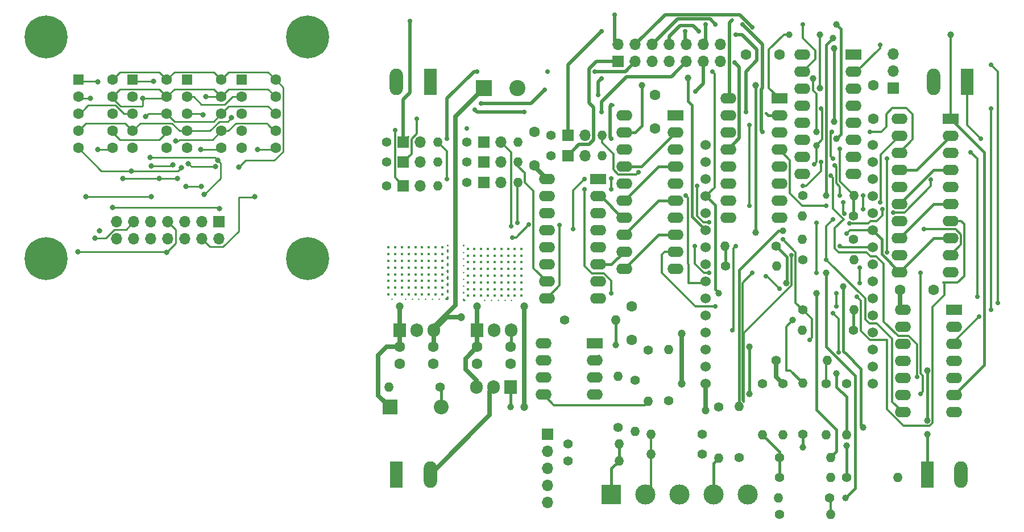
<source format=gbr>
%TF.GenerationSoftware,KiCad,Pcbnew,5.1.10-88a1d61d58~90~ubuntu20.04.1*%
%TF.CreationDate,2021-11-05T17:14:26+01:00*%
%TF.ProjectId,menelaos-v2,6d656e65-6c61-46f7-932d-76322e6b6963,rev?*%
%TF.SameCoordinates,Original*%
%TF.FileFunction,Copper,L4,Bot*%
%TF.FilePolarity,Positive*%
%FSLAX46Y46*%
G04 Gerber Fmt 4.6, Leading zero omitted, Abs format (unit mm)*
G04 Created by KiCad (PCBNEW 5.1.10-88a1d61d58~90~ubuntu20.04.1) date 2021-11-05 17:14:26*
%MOMM*%
%LPD*%
G01*
G04 APERTURE LIST*
%TA.AperFunction,ComponentPad*%
%ADD10O,1.700000X1.700000*%
%TD*%
%TA.AperFunction,ComponentPad*%
%ADD11R,1.700000X1.700000*%
%TD*%
%TA.AperFunction,ComponentPad*%
%ADD12C,0.800000*%
%TD*%
%TA.AperFunction,ComponentPad*%
%ADD13C,6.400000*%
%TD*%
%TA.AperFunction,ComponentPad*%
%ADD14C,1.600000*%
%TD*%
%TA.AperFunction,ComponentPad*%
%ADD15R,1.600000X1.600000*%
%TD*%
%TA.AperFunction,ComponentPad*%
%ADD16R,2.400000X2.400000*%
%TD*%
%TA.AperFunction,ComponentPad*%
%ADD17C,2.400000*%
%TD*%
%TA.AperFunction,ComponentPad*%
%ADD18R,2.200000X2.200000*%
%TD*%
%TA.AperFunction,ComponentPad*%
%ADD19O,2.200000X2.200000*%
%TD*%
%TA.AperFunction,ComponentPad*%
%ADD20C,3.000000*%
%TD*%
%TA.AperFunction,ComponentPad*%
%ADD21R,3.000000X3.000000*%
%TD*%
%TA.AperFunction,ComponentPad*%
%ADD22R,1.905000X2.000000*%
%TD*%
%TA.AperFunction,ComponentPad*%
%ADD23O,1.905000X2.000000*%
%TD*%
%TA.AperFunction,ComponentPad*%
%ADD24O,1.400000X1.400000*%
%TD*%
%TA.AperFunction,ComponentPad*%
%ADD25C,1.400000*%
%TD*%
%TA.AperFunction,ComponentPad*%
%ADD26R,1.980000X3.960000*%
%TD*%
%TA.AperFunction,ComponentPad*%
%ADD27O,1.980000X3.960000*%
%TD*%
%TA.AperFunction,ComponentPad*%
%ADD28R,2.400000X1.600000*%
%TD*%
%TA.AperFunction,ComponentPad*%
%ADD29O,2.400000X1.600000*%
%TD*%
%TA.AperFunction,ComponentPad*%
%ADD30C,1.524000*%
%TD*%
%TA.AperFunction,ViaPad*%
%ADD31C,0.800000*%
%TD*%
%TA.AperFunction,ViaPad*%
%ADD32C,0.400000*%
%TD*%
%TA.AperFunction,ViaPad*%
%ADD33C,1.200000*%
%TD*%
%TA.AperFunction,ViaPad*%
%ADD34C,1.000000*%
%TD*%
%TA.AperFunction,ViaPad*%
%ADD35C,0.700000*%
%TD*%
%TA.AperFunction,ViaPad*%
%ADD36C,0.500000*%
%TD*%
%TA.AperFunction,Conductor*%
%ADD37C,0.250000*%
%TD*%
%TA.AperFunction,Conductor*%
%ADD38C,0.700000*%
%TD*%
%TA.AperFunction,Conductor*%
%ADD39C,0.450000*%
%TD*%
%TA.AperFunction,Conductor*%
%ADD40C,0.550000*%
%TD*%
%TA.AperFunction,Conductor*%
%ADD41C,0.350000*%
%TD*%
%TA.AperFunction,NonConductor*%
%ADD42C,0.254000*%
%TD*%
%TA.AperFunction,NonConductor*%
%ADD43C,0.100000*%
%TD*%
G04 APERTURE END LIST*
D10*
%TO.P,J21,8*%
%TO.N,N/C*%
X92840000Y-93920000D03*
%TO.P,J21,7*%
X92840000Y-91380000D03*
%TO.P,J21,9*%
X95380000Y-93920000D03*
%TO.P,J21,6*%
X95380000Y-91380000D03*
%TO.P,J21,10*%
X97920000Y-93920000D03*
%TO.P,J21,5*%
X97920000Y-91380000D03*
%TO.P,J21,11*%
X100460000Y-93920000D03*
%TO.P,J21,4*%
X100460000Y-91380000D03*
%TO.P,J21,12*%
X103000000Y-93920000D03*
%TO.P,J21,3*%
X103000000Y-91380000D03*
%TO.P,J21,13*%
X105540000Y-93920000D03*
%TO.P,J21,2*%
X105540000Y-91380000D03*
%TO.P,J21,14*%
X108080000Y-93920000D03*
D11*
%TO.P,J21,1*%
X108080000Y-91380000D03*
%TD*%
D12*
%TO.P,H4,1*%
%TO.N,N/C*%
X122977056Y-95182944D03*
X121280000Y-94480000D03*
X119582944Y-95182944D03*
X118880000Y-96880000D03*
X119582944Y-98577056D03*
X121280000Y-99280000D03*
X122977056Y-98577056D03*
X123680000Y-96880000D03*
D13*
X121280000Y-96880000D03*
%TD*%
D12*
%TO.P,H2,1*%
%TO.N,N/C*%
X83977056Y-62182944D03*
X82280000Y-61480000D03*
X80582944Y-62182944D03*
X79880000Y-63880000D03*
X80582944Y-65577056D03*
X82280000Y-66280000D03*
X83977056Y-65577056D03*
X84680000Y-63880000D03*
D13*
X82280000Y-63880000D03*
%TD*%
D12*
%TO.P,H1,1*%
%TO.N,N/C*%
X122977056Y-62182944D03*
X121280000Y-61480000D03*
X119582944Y-62182944D03*
X118880000Y-63880000D03*
X119582944Y-65577056D03*
X121280000Y-66280000D03*
X122977056Y-65577056D03*
X123680000Y-63880000D03*
D13*
X121280000Y-63880000D03*
%TD*%
D12*
%TO.P,H3,1*%
%TO.N,N/C*%
X83977056Y-95182944D03*
X82280000Y-94480000D03*
X80582944Y-95182944D03*
X79880000Y-96880000D03*
X80582944Y-98577056D03*
X82280000Y-99280000D03*
X83977056Y-98577056D03*
X84680000Y-96880000D03*
D13*
X82280000Y-96880000D03*
%TD*%
D14*
%TO.P,U14,10*%
%TO.N,N/C*%
X92180000Y-70220000D03*
%TO.P,U14,9*%
X92180000Y-72760000D03*
%TO.P,U14,8*%
X92180000Y-75300000D03*
%TO.P,U14,7*%
X92180000Y-77840000D03*
%TO.P,U14,6*%
X92180000Y-80380000D03*
%TO.P,U14,5*%
X87100000Y-80380000D03*
%TO.P,U14,4*%
X87100000Y-77840000D03*
%TO.P,U14,3*%
X87100000Y-75300000D03*
%TO.P,U14,2*%
X87100000Y-72760000D03*
D15*
%TO.P,U14,1*%
X87100000Y-70220000D03*
%TD*%
%TO.P,U12,1*%
%TO.N,N/C*%
X111400000Y-70220000D03*
D14*
%TO.P,U12,2*%
X111400000Y-72760000D03*
%TO.P,U12,3*%
X111400000Y-75300000D03*
%TO.P,U12,4*%
X111400000Y-77840000D03*
%TO.P,U12,5*%
X111400000Y-80380000D03*
%TO.P,U12,6*%
X116480000Y-80380000D03*
%TO.P,U12,7*%
X116480000Y-77840000D03*
%TO.P,U12,8*%
X116480000Y-75300000D03*
%TO.P,U12,9*%
X116480000Y-72760000D03*
%TO.P,U12,10*%
X116480000Y-70220000D03*
%TD*%
%TO.P,U10,10*%
%TO.N,N/C*%
X108380000Y-70220000D03*
%TO.P,U10,9*%
X108380000Y-72760000D03*
%TO.P,U10,8*%
X108380000Y-75300000D03*
%TO.P,U10,7*%
X108380000Y-77840000D03*
%TO.P,U10,6*%
X108380000Y-80380000D03*
%TO.P,U10,5*%
X103300000Y-80380000D03*
%TO.P,U10,4*%
X103300000Y-77840000D03*
%TO.P,U10,3*%
X103300000Y-75300000D03*
%TO.P,U10,2*%
X103300000Y-72760000D03*
D15*
%TO.P,U10,1*%
X103300000Y-70220000D03*
%TD*%
%TO.P,U8,1*%
%TO.N,N/C*%
X95200000Y-70220000D03*
D14*
%TO.P,U8,2*%
X95200000Y-72760000D03*
%TO.P,U8,3*%
X95200000Y-75300000D03*
%TO.P,U8,4*%
X95200000Y-77840000D03*
%TO.P,U8,5*%
X95200000Y-80380000D03*
%TO.P,U8,6*%
X100280000Y-80380000D03*
%TO.P,U8,7*%
X100280000Y-77840000D03*
%TO.P,U8,8*%
X100280000Y-75300000D03*
%TO.P,U8,9*%
X100280000Y-72760000D03*
%TO.P,U8,10*%
X100280000Y-70220000D03*
%TD*%
D16*
%TO.P,C2,1*%
%TO.N,+5VL*%
X147500000Y-71500000D03*
D17*
%TO.P,C2,2*%
%TO.N,GND*%
X152500000Y-71500000D03*
%TD*%
D18*
%TO.P,D1,1*%
%TO.N,+12V*%
X133500000Y-119000000D03*
D19*
%TO.P,D1,2*%
%TO.N,Net-(D1-Pad2)*%
X141120000Y-119000000D03*
%TD*%
D11*
%TO.P,J1,1*%
%TO.N,GND*%
X157000000Y-123000000D03*
D10*
%TO.P,J1,2*%
X157000000Y-125540000D03*
%TO.P,J1,3*%
X157000000Y-128080000D03*
%TO.P,J1,4*%
X157000000Y-130620000D03*
%TO.P,J1,5*%
X157000000Y-133160000D03*
%TD*%
%TO.P,J2,2*%
%TO.N,a*%
X162540000Y-81500000D03*
D11*
%TO.P,J2,1*%
%TO.N,_a*%
X160000000Y-81500000D03*
%TD*%
%TO.P,J3,1*%
%TO.N,_b*%
X147500000Y-85500000D03*
D10*
%TO.P,J3,2*%
%TO.N,b*%
X150040000Y-85500000D03*
%TD*%
%TO.P,J4,2*%
%TO.N,c*%
X150040000Y-79500000D03*
D11*
%TO.P,J4,1*%
%TO.N,_c*%
X147500000Y-79500000D03*
%TD*%
%TO.P,J5,1*%
%TO.N,_d*%
X147500000Y-82500000D03*
D10*
%TO.P,J5,2*%
%TO.N,d*%
X150040000Y-82500000D03*
%TD*%
%TO.P,J6,2*%
%TO.N,e*%
X138040000Y-86000000D03*
D11*
%TO.P,J6,1*%
%TO.N,_e*%
X135500000Y-86000000D03*
%TD*%
%TO.P,J7,1*%
%TO.N,_f*%
X135500000Y-82500000D03*
D10*
%TO.P,J7,2*%
%TO.N,f*%
X138040000Y-82500000D03*
%TD*%
D11*
%TO.P,J8,1*%
%TO.N,_g*%
X135500000Y-79500000D03*
D10*
%TO.P,J8,2*%
%TO.N,g*%
X138040000Y-79500000D03*
%TD*%
%TO.P,J9,2*%
%TO.N,_dpBoard*%
X162540000Y-78500000D03*
D11*
%TO.P,J9,1*%
%TO.N,_dp*%
X160000000Y-78500000D03*
%TD*%
%TO.P,J10,1*%
%TO.N,blue*%
X208500000Y-71500000D03*
D10*
%TO.P,J10,2*%
%TO.N,Net-(J10-Pad2)*%
X208500000Y-68960000D03*
%TO.P,J10,3*%
%TO.N,GND*%
X208500000Y-66420000D03*
%TD*%
D11*
%TO.P,J11,1*%
%TO.N,_a*%
X167500000Y-67500000D03*
D10*
%TO.P,J11,14*%
%TO.N,thousands*%
X167500000Y-64960000D03*
%TO.P,J11,2*%
%TO.N,_b*%
X170040000Y-67500000D03*
%TO.P,J11,13*%
%TO.N,hundreds*%
X170040000Y-64960000D03*
%TO.P,J11,3*%
%TO.N,_c*%
X172580000Y-67500000D03*
%TO.P,J11,12*%
%TO.N,tens*%
X172580000Y-64960000D03*
%TO.P,J11,4*%
%TO.N,_d*%
X175120000Y-67500000D03*
%TO.P,J11,11*%
%TO.N,ones*%
X175120000Y-64960000D03*
%TO.P,J11,5*%
%TO.N,_e*%
X177660000Y-67500000D03*
%TO.P,J11,10*%
%TO.N,_dp*%
X177660000Y-64960000D03*
%TO.P,J11,6*%
%TO.N,_f*%
X180200000Y-67500000D03*
%TO.P,J11,9*%
%TO.N,_g*%
X180200000Y-64960000D03*
%TO.P,J11,7*%
%TO.N,Net-(J11-Pad7)*%
X182740000Y-67500000D03*
%TO.P,J11,8*%
%TO.N,Net-(J11-Pad8)*%
X182740000Y-64960000D03*
%TD*%
D20*
%TO.P,J23,2*%
%TO.N,white*%
X171580000Y-132000000D03*
%TO.P,J23,3*%
%TO.N,blue*%
X176660000Y-132000000D03*
D21*
%TO.P,J23,1*%
%TO.N,red*%
X166500000Y-132000000D03*
D20*
%TO.P,J23,4*%
%TO.N,yellow*%
X181740000Y-132000000D03*
%TO.P,J23,5*%
%TO.N,black*%
X186820000Y-132000000D03*
%TD*%
D14*
%TO.P,Murata-Ceramic-Capacitor-50v1-22uF1,2*%
%TO.N,GND*%
X146500000Y-112500000D03*
%TO.P,Murata-Ceramic-Capacitor-50v1-22uF1,1*%
%TO.N,+12V*%
X146500000Y-110000000D03*
%TD*%
%TO.P,Murata-Ceramic-Capacitor-50v1-22uF2,1*%
%TO.N,+12V*%
X135000000Y-110000000D03*
%TO.P,Murata-Ceramic-Capacitor-50v1-22uF2,2*%
%TO.N,GND*%
X135000000Y-112500000D03*
%TD*%
%TO.P,Murata-Ceramic-Capacitor-50v1-22uF3,1*%
%TO.N,blue*%
X151500000Y-110000000D03*
%TO.P,Murata-Ceramic-Capacitor-50v1-22uF3,2*%
%TO.N,GND*%
X151500000Y-112500000D03*
%TD*%
%TO.P,Murata-Ceramic-Capacitor-50v1-22uF4,2*%
%TO.N,GND*%
X140000000Y-112500000D03*
%TO.P,Murata-Ceramic-Capacitor-50v1-22uF4,1*%
%TO.N,+5VL*%
X140000000Y-110000000D03*
%TD*%
D22*
%TO.P,Q1,1*%
%TO.N,Net-(D1-Pad2)*%
X151500000Y-116000000D03*
D23*
%TO.P,Q1,2*%
%TO.N,Net-(Q1-Pad2)*%
X148960000Y-116000000D03*
%TO.P,Q1,3*%
%TO.N,+12V*%
X146420000Y-116000000D03*
%TD*%
D24*
%TO.P,R1,2*%
%TO.N,_onesBoard*%
X183380000Y-95000000D03*
D25*
%TO.P,R1,1*%
%TO.N,_ones*%
X191000000Y-95000000D03*
%TD*%
%TO.P,R2,1*%
%TO.N,_onesBoard*%
X183500000Y-98000000D03*
D24*
%TO.P,R2,2*%
%TO.N,GND*%
X191120000Y-98000000D03*
%TD*%
%TO.P,R3,2*%
%TO.N,_tensBoard*%
X202620000Y-87500000D03*
D25*
%TO.P,R3,1*%
%TO.N,_tens*%
X195000000Y-87500000D03*
%TD*%
%TO.P,R4,1*%
%TO.N,_tensBoard*%
X202500000Y-90500000D03*
D24*
%TO.P,R4,2*%
%TO.N,GND*%
X194880000Y-90500000D03*
%TD*%
%TO.P,R5,2*%
%TO.N,_hundredsBoard*%
X202620000Y-97000000D03*
D25*
%TO.P,R5,1*%
%TO.N,_hundreds*%
X195000000Y-97000000D03*
%TD*%
%TO.P,R6,1*%
%TO.N,_hundredsBoard*%
X202500000Y-94000000D03*
D24*
%TO.P,R6,2*%
%TO.N,GND*%
X194880000Y-94000000D03*
%TD*%
%TO.P,R7,2*%
%TO.N,_thousandsBoard*%
X202620000Y-104500000D03*
D25*
%TO.P,R7,1*%
%TO.N,_thousands*%
X195000000Y-104500000D03*
%TD*%
%TO.P,R8,1*%
%TO.N,_thousandsBoard*%
X202500000Y-107500000D03*
D24*
%TO.P,R8,2*%
%TO.N,GND*%
X194880000Y-107500000D03*
%TD*%
%TO.P,R9,2*%
%TO.N,GND*%
X133380000Y-116000000D03*
D25*
%TO.P,R9,1*%
%TO.N,Net-(D1-Pad2)*%
X141000000Y-116000000D03*
%TD*%
%TO.P,R21,1*%
%TO.N,+5VL*%
X159500000Y-106000000D03*
D24*
%TO.P,R21,2*%
%TO.N,_save*%
X167120000Y-106000000D03*
%TD*%
%TO.P,R11,2*%
%TO.N,Net-(R11-Pad2)*%
X192000000Y-123120000D03*
D25*
%TO.P,R11,1*%
%TO.N,+5VL*%
X192000000Y-115500000D03*
%TD*%
%TO.P,R12,1*%
%TO.N,Net-(R11-Pad2)*%
X201500000Y-129500000D03*
D24*
%TO.P,R12,2*%
%TO.N,GND*%
X209120000Y-129500000D03*
%TD*%
D25*
%TO.P,R13,1*%
%TO.N,+5VL*%
X191000000Y-112000000D03*
D24*
%TO.P,R13,2*%
%TO.N,Net-(R13-Pad2)*%
X198620000Y-112000000D03*
%TD*%
D25*
%TO.P,R14,1*%
%TO.N,Net-(R11-Pad2)*%
X195000000Y-123000000D03*
D24*
%TO.P,R14,2*%
%TO.N,_zero*%
X195000000Y-115380000D03*
%TD*%
%TO.P,R15,2*%
%TO.N,GND*%
X198500000Y-123120000D03*
D25*
%TO.P,R15,1*%
%TO.N,Net-(R13-Pad2)*%
X198500000Y-115500000D03*
%TD*%
D24*
%TO.P,R16,2*%
%TO.N,Net-(R16-Pad2)*%
X189000000Y-123120000D03*
D25*
%TO.P,R16,1*%
%TO.N,+5VL*%
X189000000Y-115500000D03*
%TD*%
%TO.P,R17,1*%
%TO.N,Net-(R16-Pad2)*%
X191500000Y-129500000D03*
D24*
%TO.P,R17,2*%
%TO.N,GND*%
X199120000Y-129500000D03*
%TD*%
%TO.P,R18,2*%
%TO.N,_mode*%
X201500000Y-123120000D03*
D25*
%TO.P,R18,1*%
%TO.N,Net-(R13-Pad2)*%
X201500000Y-115500000D03*
%TD*%
%TO.P,R19,1*%
%TO.N,Net-(R16-Pad2)*%
X191500000Y-126500000D03*
D24*
%TO.P,R19,2*%
%TO.N,_config*%
X199120000Y-126500000D03*
%TD*%
D26*
%TO.P,S1,1*%
%TO.N,_zero*%
X219500000Y-70500000D03*
D27*
%TO.P,S1,2*%
%TO.N,GND*%
X214500000Y-70500000D03*
%TD*%
%TO.P,S2,2*%
%TO.N,GND*%
X218500000Y-129000000D03*
D26*
%TO.P,S2,1*%
%TO.N,_mode*%
X213500000Y-129000000D03*
%TD*%
%TO.P,S3,1*%
%TO.N,_config*%
X139500000Y-70500000D03*
D27*
%TO.P,S3,2*%
%TO.N,GND*%
X134500000Y-70500000D03*
%TD*%
%TO.P,S4,2*%
%TO.N,Net-(Q1-Pad2)*%
X139500000Y-129000000D03*
D26*
%TO.P,S4,1*%
%TO.N,GND*%
X134500000Y-129000000D03*
%TD*%
D28*
%TO.P,U4,1*%
%TO.N,_thousands*%
X176000000Y-75500000D03*
D29*
%TO.P,U4,11*%
%TO.N,_a4*%
X168380000Y-98360000D03*
%TO.P,U4,2*%
%TO.N,_a1*%
X176000000Y-78040000D03*
%TO.P,U4,12*%
%TO.N,/7-segmet-display/BCD_out4*%
X168380000Y-95820000D03*
%TO.P,U4,3*%
%TO.N,/7-segmet-display/BCD_out1*%
X176000000Y-80580000D03*
%TO.P,U4,13*%
%TO.N,_a3*%
X168380000Y-93280000D03*
%TO.P,U4,4*%
%TO.N,_a2*%
X176000000Y-83120000D03*
%TO.P,U4,14*%
%TO.N,/7-segmet-display/BCD_out3*%
X168380000Y-90740000D03*
%TO.P,U4,5*%
%TO.N,/7-segmet-display/BCD_out2*%
X176000000Y-85660000D03*
%TO.P,U4,15*%
%TO.N,_a2*%
X168380000Y-88200000D03*
%TO.P,U4,6*%
%TO.N,_a3*%
X176000000Y-88200000D03*
%TO.P,U4,16*%
%TO.N,/7-segmet-display/BCD_out2*%
X168380000Y-85660000D03*
%TO.P,U4,7*%
%TO.N,/7-segmet-display/BCD_out3*%
X176000000Y-90740000D03*
%TO.P,U4,17*%
%TO.N,_a1*%
X168380000Y-83120000D03*
%TO.P,U4,8*%
%TO.N,_a4*%
X176000000Y-93280000D03*
%TO.P,U4,18*%
%TO.N,/7-segmet-display/BCD_out1*%
X168380000Y-80580000D03*
%TO.P,U4,9*%
%TO.N,/7-segmet-display/BCD_out4*%
X176000000Y-95820000D03*
%TO.P,U4,19*%
%TO.N,_ones*%
X168380000Y-78040000D03*
%TO.P,U4,10*%
%TO.N,GND*%
X176000000Y-98360000D03*
%TO.P,U4,20*%
%TO.N,blue*%
X168380000Y-75500000D03*
%TD*%
D28*
%TO.P,U5,1*%
%TO.N,Net-(U5-Pad1)*%
X202500000Y-66500000D03*
D29*
%TO.P,U5,9*%
%TO.N,Net-(U5-Pad9)*%
X194880000Y-84280000D03*
%TO.P,U5,2*%
%TO.N,Net-(U5-Pad2)*%
X202500000Y-69040000D03*
%TO.P,U5,10*%
%TO.N,Net-(U5-Pad10)*%
X194880000Y-81740000D03*
%TO.P,U5,3*%
%TO.N,Net-(U5-Pad3)*%
X202500000Y-71580000D03*
%TO.P,U5,11*%
%TO.N,Net-(U5-Pad11)*%
X194880000Y-79200000D03*
%TO.P,U5,4*%
%TO.N,Net-(U5-Pad4)*%
X202500000Y-74120000D03*
%TO.P,U5,12*%
%TO.N,Net-(J10-Pad2)*%
X194880000Y-76660000D03*
%TO.P,U5,5*%
%TO.N,Net-(U5-Pad5)*%
X202500000Y-76660000D03*
%TO.P,U5,13*%
%TO.N,GND*%
X194880000Y-74120000D03*
%TO.P,U5,6*%
%TO.N,Net-(U5-Pad6)*%
X202500000Y-79200000D03*
%TO.P,U5,14*%
%TO.N,_clk*%
X194880000Y-71580000D03*
%TO.P,U5,7*%
%TO.N,Net-(U5-Pad7)*%
X202500000Y-81740000D03*
%TO.P,U5,15*%
%TO.N,Net-(U5-Pad10)*%
X194880000Y-69040000D03*
%TO.P,U5,8*%
%TO.N,GND*%
X202500000Y-84280000D03*
%TO.P,U5,16*%
%TO.N,blue*%
X194880000Y-66500000D03*
%TD*%
D28*
%TO.P,U6,1*%
%TO.N,Net-(U5-Pad3)*%
X217500000Y-104500000D03*
D29*
%TO.P,U6,8*%
%TO.N,_hundreds*%
X209880000Y-119740000D03*
%TO.P,U6,2*%
%TO.N,_thousands*%
X217500000Y-107040000D03*
%TO.P,U6,9*%
%TO.N,Net-(U5-Pad7)*%
X209880000Y-117200000D03*
%TO.P,U6,3*%
%TO.N,Net-(U5-Pad2)*%
X217500000Y-109580000D03*
%TO.P,U6,10*%
%TO.N,N/C*%
X209880000Y-114660000D03*
%TO.P,U6,4*%
%TO.N,_ones*%
X217500000Y-112120000D03*
%TO.P,U6,11*%
%TO.N,N/C*%
X209880000Y-112120000D03*
%TO.P,U6,5*%
%TO.N,Net-(U5-Pad4)*%
X217500000Y-114660000D03*
%TO.P,U6,12*%
%TO.N,N/C*%
X209880000Y-109580000D03*
%TO.P,U6,6*%
%TO.N,_tens*%
X217500000Y-117200000D03*
%TO.P,U6,13*%
%TO.N,N/C*%
X209880000Y-107040000D03*
%TO.P,U6,7*%
%TO.N,GND*%
X217500000Y-119740000D03*
%TO.P,U6,14*%
%TO.N,blue*%
X209880000Y-104500000D03*
%TD*%
D28*
%TO.P,U7,1*%
%TO.N,/7-segmet-display/BCD_out2*%
X164500000Y-85000000D03*
D29*
%TO.P,U7,9*%
%TO.N,e*%
X156880000Y-102780000D03*
%TO.P,U7,2*%
%TO.N,/7-segmet-display/BCD_out3*%
X164500000Y-87540000D03*
%TO.P,U7,10*%
%TO.N,d*%
X156880000Y-100240000D03*
%TO.P,U7,3*%
%TO.N,blue*%
X164500000Y-90080000D03*
%TO.P,U7,11*%
%TO.N,c*%
X156880000Y-97700000D03*
%TO.P,U7,4*%
%TO.N,blue*%
X164500000Y-92620000D03*
%TO.P,U7,12*%
%TO.N,b*%
X156880000Y-95160000D03*
%TO.P,U7,5*%
%TO.N,GND*%
X164500000Y-95160000D03*
%TO.P,U7,13*%
%TO.N,a*%
X156880000Y-92620000D03*
%TO.P,U7,6*%
%TO.N,/7-segmet-display/BCD_out4*%
X164500000Y-97700000D03*
%TO.P,U7,14*%
%TO.N,g*%
X156880000Y-90080000D03*
%TO.P,U7,7*%
%TO.N,/7-segmet-display/BCD_out1*%
X164500000Y-100240000D03*
%TO.P,U7,15*%
%TO.N,f*%
X156880000Y-87540000D03*
%TO.P,U7,8*%
%TO.N,GND*%
X164500000Y-102780000D03*
%TO.P,U7,16*%
%TO.N,blue*%
X156880000Y-85000000D03*
%TD*%
%TO.P,U8,20*%
%TO.N,blue*%
X209380000Y-76000000D03*
%TO.P,U8,10*%
%TO.N,GND*%
X217000000Y-98860000D03*
%TO.P,U8,19*%
%TO.N,_hundreds*%
X209380000Y-78540000D03*
%TO.P,U8,9*%
%TO.N,/7-segmet-display/BCD_out4*%
X217000000Y-96320000D03*
%TO.P,U8,18*%
%TO.N,/7-segmet-display/BCD_out1*%
X209380000Y-81080000D03*
%TO.P,U8,8*%
%TO.N,_a4*%
X217000000Y-93780000D03*
%TO.P,U8,17*%
%TO.N,_a1*%
X209380000Y-83620000D03*
%TO.P,U8,7*%
%TO.N,/7-segmet-display/BCD_out3*%
X217000000Y-91240000D03*
%TO.P,U8,16*%
%TO.N,/7-segmet-display/BCD_out2*%
X209380000Y-86160000D03*
%TO.P,U8,6*%
%TO.N,_a3*%
X217000000Y-88700000D03*
%TO.P,U8,15*%
%TO.N,_a2*%
X209380000Y-88700000D03*
%TO.P,U8,5*%
%TO.N,/7-segmet-display/BCD_out2*%
X217000000Y-86160000D03*
%TO.P,U8,14*%
%TO.N,/7-segmet-display/BCD_out3*%
X209380000Y-91240000D03*
%TO.P,U8,4*%
%TO.N,_a2*%
X217000000Y-83620000D03*
%TO.P,U8,13*%
%TO.N,_a3*%
X209380000Y-93780000D03*
%TO.P,U8,3*%
%TO.N,/7-segmet-display/BCD_out1*%
X217000000Y-81080000D03*
%TO.P,U8,12*%
%TO.N,/7-segmet-display/BCD_out4*%
X209380000Y-96320000D03*
%TO.P,U8,2*%
%TO.N,_a1*%
X217000000Y-78540000D03*
%TO.P,U8,11*%
%TO.N,_a4*%
X209380000Y-98860000D03*
D28*
%TO.P,U8,1*%
%TO.N,_tens*%
X217000000Y-76000000D03*
%TD*%
D29*
%TO.P,U9,16*%
%TO.N,thousands*%
X183880000Y-73000000D03*
%TO.P,U9,8*%
%TO.N,GND*%
X191500000Y-90780000D03*
%TO.P,U9,15*%
%TO.N,ones*%
X183880000Y-75540000D03*
%TO.P,U9,7*%
%TO.N,Net-(U9-Pad7)*%
X191500000Y-88240000D03*
%TO.P,U9,14*%
%TO.N,tens*%
X183880000Y-78080000D03*
%TO.P,U9,6*%
%TO.N,Net-(U9-Pad6)*%
X191500000Y-85700000D03*
%TO.P,U9,13*%
%TO.N,hundreds*%
X183880000Y-80620000D03*
%TO.P,U9,5*%
%TO.N,Net-(U9-Pad5)*%
X191500000Y-83160000D03*
%TO.P,U9,12*%
%TO.N,Net-(U9-Pad12)*%
X183880000Y-83160000D03*
%TO.P,U9,4*%
%TO.N,Net-(U5-Pad7)*%
X191500000Y-80620000D03*
%TO.P,U9,11*%
%TO.N,Net-(U9-Pad11)*%
X183880000Y-85700000D03*
%TO.P,U9,3*%
%TO.N,Net-(U5-Pad4)*%
X191500000Y-78080000D03*
%TO.P,U9,10*%
%TO.N,Net-(U9-Pad10)*%
X183880000Y-88240000D03*
%TO.P,U9,2*%
%TO.N,Net-(U5-Pad2)*%
X191500000Y-75540000D03*
%TO.P,U9,9*%
%TO.N,Net-(U9-Pad9)*%
X183880000Y-90780000D03*
D28*
%TO.P,U9,1*%
%TO.N,Net-(U5-Pad3)*%
X191500000Y-73000000D03*
%TD*%
%TO.P,U1,1*%
%TO.N,Net-(U1-Pad1)*%
X164000000Y-109500000D03*
D29*
%TO.P,U1,5*%
%TO.N,Net-(R22-Pad2)*%
X156380000Y-117120000D03*
%TO.P,U1,2*%
%TO.N,Net-(U1-Pad2)*%
X164000000Y-112040000D03*
%TO.P,U1,6*%
%TO.N,Net-(R10-Pad2)*%
X156380000Y-114580000D03*
%TO.P,U1,3*%
%TO.N,Net-(U1-Pad3)*%
X164000000Y-114580000D03*
%TO.P,U1,7*%
%TO.N,_save*%
X156380000Y-112040000D03*
%TO.P,U1,4*%
%TO.N,GND*%
X164000000Y-117120000D03*
%TO.P,U1,8*%
%TO.N,+5VL*%
X156380000Y-109500000D03*
%TD*%
D30*
%TO.P,U24,1*%
%TO.N,Net-(U24-Pad1)*%
X180554000Y-79966000D03*
%TO.P,U24,2*%
%TO.N,Net-(U24-Pad2)*%
X180554000Y-82506000D03*
%TO.P,U24,3*%
%TO.N,Net-(U24-Pad3)*%
X180554000Y-85046000D03*
%TO.P,U24,4*%
%TO.N,_config*%
X180554000Y-87586000D03*
%TO.P,U24,5*%
%TO.N,Net-(U24-Pad5)*%
X180554000Y-90126000D03*
%TO.P,U24,6*%
%TO.N,_clk*%
X180554000Y-92666000D03*
%TO.P,U24,7*%
%TO.N,Net-(U24-Pad7)*%
X180554000Y-95206000D03*
%TO.P,U24,8*%
%TO.N,_onesBoard*%
X180554000Y-97746000D03*
%TO.P,U24,9*%
%TO.N,_a2*%
X180554000Y-100286000D03*
%TO.P,U24,10*%
%TO.N,_a1*%
X180554000Y-102826000D03*
%TO.P,U24,11*%
%TO.N,_zero*%
X180554000Y-105366000D03*
%TO.P,U24,12*%
%TO.N,_dpBoard*%
X180554000Y-107906000D03*
%TO.P,U24,13*%
%TO.N,_mode*%
X180554000Y-110446000D03*
%TO.P,U24,14*%
%TO.N,GND*%
X180554000Y-112986000D03*
X180554000Y-112986000D03*
%TO.P,U24,15*%
%TO.N,+5VL*%
X180554000Y-115526000D03*
%TO.P,U24,16*%
%TO.N,+3V3*%
X205446000Y-115526000D03*
%TO.P,U24,17*%
%TO.N,GND*%
X205446000Y-112986000D03*
%TO.P,U24,18*%
%TO.N,_save*%
X205446000Y-110446000D03*
%TO.P,U24,19*%
%TO.N,Net-(U24-Pad19)*%
X205446000Y-107906000D03*
%TO.P,U24,20*%
%TO.N,_thousandsBoard*%
X205446000Y-105366000D03*
%TO.P,U24,21*%
%TO.N,Net-(U24-Pad21)*%
X205446000Y-102826000D03*
%TO.P,U24,22*%
%TO.N,Net-(U24-Pad22)*%
X205446000Y-100286000D03*
%TO.P,U24,23*%
%TO.N,_chB*%
X205446000Y-97746000D03*
%TO.P,U24,24*%
%TO.N,_a3*%
X205446000Y-95206000D03*
%TO.P,U24,25*%
%TO.N,_a4*%
X205446000Y-92666000D03*
%TO.P,U24,26*%
%TO.N,_chA*%
X205446000Y-90126000D03*
%TO.P,U24,27*%
%TO.N,Net-(U24-Pad27)*%
X205446000Y-87586000D03*
%TO.P,U24,28*%
%TO.N,Net-(U24-Pad28)*%
X205446000Y-85046000D03*
%TO.P,U24,29*%
%TO.N,_hundredsBoard*%
X205446000Y-82506000D03*
%TO.P,U24,30*%
%TO.N,_tensBoard*%
X205446000Y-79966000D03*
%TD*%
D14*
%TO.P,C1,2*%
%TO.N,GND*%
X169500000Y-104000000D03*
%TO.P,C1,1*%
%TO.N,+5VL*%
X169500000Y-109000000D03*
%TD*%
%TO.P,C3,1*%
%TO.N,blue*%
X191500000Y-66500000D03*
%TO.P,C3,2*%
%TO.N,GND*%
X186500000Y-66500000D03*
%TD*%
%TO.P,C4,1*%
%TO.N,blue*%
X173000000Y-77500000D03*
%TO.P,C4,2*%
%TO.N,GND*%
X173000000Y-72500000D03*
%TD*%
%TO.P,C5,2*%
%TO.N,GND*%
X205500000Y-71000000D03*
%TO.P,C5,1*%
%TO.N,blue*%
X205500000Y-76000000D03*
%TD*%
%TO.P,C6,2*%
%TO.N,GND*%
X155000000Y-78000000D03*
%TO.P,C6,1*%
%TO.N,blue*%
X155000000Y-83000000D03*
%TD*%
%TO.P,C7,1*%
%TO.N,blue*%
X209500000Y-101500000D03*
%TO.P,C7,2*%
%TO.N,GND*%
X214500000Y-101500000D03*
%TD*%
D24*
%TO.P,R10,2*%
%TO.N,Net-(R10-Pad2)*%
X167500000Y-114380000D03*
D25*
%TO.P,R10,1*%
%TO.N,+12V*%
X167500000Y-122000000D03*
%TD*%
%TO.P,R20,1*%
%TO.N,Net-(R10-Pad2)*%
X170000000Y-115000000D03*
D24*
%TO.P,R20,2*%
%TO.N,GND*%
X170000000Y-122620000D03*
%TD*%
%TO.P,R22,2*%
%TO.N,Net-(R22-Pad2)*%
X172000000Y-118120000D03*
D25*
%TO.P,R22,1*%
%TO.N,+5VL*%
X172000000Y-110500000D03*
%TD*%
%TO.P,R23,1*%
%TO.N,Net-(R22-Pad2)*%
X175000000Y-118000000D03*
D24*
%TO.P,R23,2*%
%TO.N,GND*%
X175000000Y-110380000D03*
%TD*%
%TO.P,R24,2*%
%TO.N,a*%
X165120000Y-81500000D03*
D25*
%TO.P,R24,1*%
%TO.N,_a*%
X157500000Y-81500000D03*
%TD*%
%TO.P,R25,1*%
%TO.N,_b*%
X145000000Y-85500000D03*
D24*
%TO.P,R25,2*%
%TO.N,b*%
X152620000Y-85500000D03*
%TD*%
%TO.P,R26,2*%
%TO.N,c*%
X152620000Y-79500000D03*
D25*
%TO.P,R26,1*%
%TO.N,_c*%
X145000000Y-79500000D03*
%TD*%
%TO.P,R27,1*%
%TO.N,_d*%
X145000000Y-82500000D03*
D24*
%TO.P,R27,2*%
%TO.N,d*%
X152620000Y-82500000D03*
%TD*%
D25*
%TO.P,R28,1*%
%TO.N,_chA*%
X182500000Y-119000000D03*
D24*
%TO.P,R28,2*%
%TO.N,yellow*%
X182500000Y-126620000D03*
%TD*%
%TO.P,R29,2*%
%TO.N,_chA*%
X185500000Y-118880000D03*
D25*
%TO.P,R29,1*%
%TO.N,GND*%
X185500000Y-126500000D03*
%TD*%
D24*
%TO.P,R30,2*%
%TO.N,red*%
X167620000Y-124500000D03*
D25*
%TO.P,R30,1*%
%TO.N,GND*%
X160000000Y-124500000D03*
%TD*%
D24*
%TO.P,R31,2*%
%TO.N,red*%
X167620000Y-127000000D03*
D25*
%TO.P,R31,1*%
%TO.N,GND*%
X160000000Y-127000000D03*
%TD*%
%TO.P,R32,1*%
%TO.N,_chB*%
X199000000Y-132500000D03*
D24*
%TO.P,R32,2*%
%TO.N,black*%
X191380000Y-132500000D03*
%TD*%
%TO.P,R33,2*%
%TO.N,_chB*%
X199120000Y-135000000D03*
D25*
%TO.P,R33,1*%
%TO.N,GND*%
X191500000Y-135000000D03*
%TD*%
D24*
%TO.P,R34,2*%
%TO.N,white*%
X172380000Y-123000000D03*
D25*
%TO.P,R34,1*%
%TO.N,GND*%
X180000000Y-123000000D03*
%TD*%
%TO.P,R35,1*%
%TO.N,GND*%
X180000000Y-126000000D03*
D24*
%TO.P,R35,2*%
%TO.N,white*%
X172380000Y-126000000D03*
%TD*%
%TO.P,R36,2*%
%TO.N,e*%
X140620000Y-86000000D03*
D25*
%TO.P,R36,1*%
%TO.N,_e*%
X133000000Y-86000000D03*
%TD*%
%TO.P,R37,1*%
%TO.N,_f*%
X133000000Y-82500000D03*
D24*
%TO.P,R37,2*%
%TO.N,f*%
X140620000Y-82500000D03*
%TD*%
D25*
%TO.P,R38,1*%
%TO.N,_g*%
X133000000Y-79500000D03*
D24*
%TO.P,R38,2*%
%TO.N,g*%
X140620000Y-79500000D03*
%TD*%
D25*
%TO.P,R39,1*%
%TO.N,_dp*%
X157500000Y-78500000D03*
D24*
%TO.P,R39,2*%
%TO.N,_dpBoard*%
X165120000Y-78500000D03*
%TD*%
D23*
%TO.P,U2,3*%
%TO.N,blue*%
X151580000Y-107500000D03*
%TO.P,U2,2*%
%TO.N,GND*%
X149040000Y-107500000D03*
D22*
%TO.P,U2,1*%
%TO.N,+12V*%
X146500000Y-107500000D03*
%TD*%
%TO.P,U3,1*%
%TO.N,+12V*%
X135000000Y-107500000D03*
D23*
%TO.P,U3,2*%
%TO.N,GND*%
X137540000Y-107500000D03*
%TO.P,U3,3*%
%TO.N,+5VL*%
X140080000Y-107500000D03*
%TD*%
D31*
%TO.N,*%
X97800000Y-81810000D03*
X107870000Y-82210000D03*
X105680000Y-75480000D03*
X105880000Y-87280000D03*
X89580000Y-93830000D03*
X88930000Y-72980000D03*
X97970000Y-83070000D03*
X97970000Y-83070000D03*
X101180000Y-82880000D03*
X101579999Y-79329999D03*
X109920000Y-75880000D03*
X97980000Y-87630000D03*
X88205000Y-87630000D03*
X98280000Y-70430000D03*
X87080000Y-95880000D03*
X100280000Y-95930000D03*
X107550000Y-83170000D03*
X103510000Y-82690000D03*
X102450000Y-83300000D03*
X95034999Y-83795001D03*
X105330000Y-80630000D03*
X105380000Y-86080000D03*
X103130000Y-86080000D03*
X101880000Y-84930000D03*
X93730000Y-84930000D03*
X97080000Y-75730000D03*
X99130000Y-84930000D03*
X113780000Y-80580000D03*
X113380000Y-87630000D03*
X96740000Y-73010000D03*
X106080000Y-72730000D03*
X92230000Y-89280000D03*
X108130000Y-89380000D03*
X89980000Y-70530000D03*
X89980000Y-80580000D03*
X90230000Y-92680000D03*
X111030000Y-83230000D03*
X116480000Y-70220000D03*
D32*
X133300000Y-95200000D03*
X134300000Y-95200000D03*
X135300000Y-95200000D03*
X136300000Y-95200000D03*
X137300000Y-95200000D03*
X138300000Y-95200000D03*
X139300000Y-95200000D03*
X140300000Y-95200000D03*
X141300000Y-95200000D03*
X133300000Y-96200000D03*
X134300000Y-96200000D03*
X135300000Y-96200000D03*
X136300000Y-96200000D03*
X137300000Y-96200000D03*
X138300000Y-96200000D03*
X139300000Y-96200000D03*
X140300000Y-96200000D03*
X141300000Y-96200000D03*
X133300000Y-97200000D03*
X134300000Y-97200000D03*
X135300000Y-97200000D03*
X136300000Y-97200000D03*
X137300000Y-97200000D03*
X138300000Y-97200000D03*
X139300000Y-97200000D03*
X140300000Y-97200000D03*
X141300000Y-97200000D03*
X133300000Y-98200000D03*
X134300000Y-98200000D03*
X135300000Y-98200000D03*
X136300000Y-98200000D03*
X137300000Y-98200000D03*
X138300000Y-98200000D03*
X139300000Y-98200000D03*
X140300000Y-98200000D03*
X141300000Y-98200000D03*
X133300000Y-99200000D03*
X134300000Y-99200000D03*
X135300000Y-99200000D03*
X136300000Y-99200000D03*
X137300000Y-99200000D03*
X138300000Y-99200000D03*
X139300000Y-99200000D03*
X140300000Y-99200000D03*
X141300000Y-99200000D03*
X133300000Y-100200000D03*
X134300000Y-100200000D03*
X135300000Y-100200000D03*
X136300000Y-100200000D03*
X137300000Y-100200000D03*
X138300000Y-100200000D03*
X139300000Y-100200000D03*
X140300000Y-100200000D03*
X141300000Y-100200000D03*
X133300000Y-101200000D03*
X134300000Y-101200000D03*
X135300000Y-101200000D03*
X136300000Y-101200000D03*
X137300000Y-101200000D03*
X138300000Y-101200000D03*
X139300000Y-101200000D03*
X140300000Y-101200000D03*
X141300000Y-101200000D03*
X133300000Y-102200000D03*
X134300000Y-102200000D03*
X135300000Y-102200000D03*
X136300000Y-102200000D03*
X137300000Y-102200000D03*
X138300000Y-102200000D03*
X139300000Y-102200000D03*
X140300000Y-102200000D03*
X141300000Y-102200000D03*
X147100000Y-100400000D03*
X145100000Y-95400000D03*
X151100000Y-97400000D03*
X151100000Y-100400000D03*
X149100000Y-95400000D03*
X149100000Y-99400000D03*
X146100000Y-96400000D03*
X150100000Y-99400000D03*
X150100000Y-98400000D03*
X147100000Y-96400000D03*
X151100000Y-102400000D03*
X152100000Y-97400000D03*
X150100000Y-100400000D03*
X146100000Y-102400000D03*
X153100000Y-102400000D03*
X145100000Y-97400000D03*
X145100000Y-101400000D03*
X145100000Y-100400000D03*
X149100000Y-100400000D03*
X149100000Y-98400000D03*
X147100000Y-97400000D03*
X148100000Y-101400000D03*
X147100000Y-99400000D03*
X151100000Y-99400000D03*
X148100000Y-100400000D03*
X145100000Y-98400000D03*
X148100000Y-102400000D03*
X150100000Y-96400000D03*
X153100000Y-95400000D03*
X152100000Y-95400000D03*
X151100000Y-96400000D03*
X148100000Y-95400000D03*
X153100000Y-98400000D03*
X153100000Y-99400000D03*
X148100000Y-98400000D03*
X153100000Y-96400000D03*
X151100000Y-95400000D03*
X152100000Y-96400000D03*
X150100000Y-102400000D03*
X150100000Y-95400000D03*
X146100000Y-100400000D03*
X153100000Y-97400000D03*
X147100000Y-102400000D03*
X152100000Y-102400000D03*
X152100000Y-100400000D03*
X147100000Y-101400000D03*
X148100000Y-96400000D03*
X149100000Y-101400000D03*
X146100000Y-98400000D03*
X146100000Y-97400000D03*
X152100000Y-99400000D03*
X146100000Y-99400000D03*
X152100000Y-101400000D03*
X145100000Y-99400000D03*
X148100000Y-99400000D03*
X153100000Y-101400000D03*
X151100000Y-98400000D03*
X150100000Y-97400000D03*
X147100000Y-98400000D03*
X145100000Y-96400000D03*
X150100000Y-101400000D03*
X149100000Y-97400000D03*
X148100000Y-97400000D03*
X153100000Y-100400000D03*
X149100000Y-102400000D03*
X149100000Y-96400000D03*
X146100000Y-95400000D03*
X147100000Y-95400000D03*
X145100000Y-102400000D03*
X152100000Y-98400000D03*
X151100000Y-101400000D03*
X146100000Y-101400000D03*
D33*
%TO.N,+5VL*%
X180500000Y-119500000D03*
X177000000Y-108000000D03*
X177000000Y-115500000D03*
X144086888Y-105550000D03*
%TO.N,+12V*%
X135000000Y-104000000D03*
X146500000Y-104000000D03*
X153500000Y-119000000D03*
X153500000Y-104000000D03*
D34*
%TO.N,Net-(D1-Pad2)*%
X151500000Y-119000000D03*
D35*
%TO.N,thousands*%
X167000000Y-60575000D03*
D36*
X184500000Y-61275000D03*
D35*
%TO.N,_b*%
X157000000Y-69000000D03*
X142000000Y-79000000D03*
X146500000Y-69000000D03*
X164000000Y-69000000D03*
%TO.N,hundreds*%
X187500000Y-62426998D03*
X187500000Y-62426998D03*
X184824999Y-67623997D03*
%TO.N,_c*%
X166500000Y-79000000D03*
X165000000Y-69999999D03*
X166500000Y-74000000D03*
X164500000Y-72518864D03*
%TO.N,tens*%
X182000000Y-62000000D03*
X186000000Y-62000000D03*
X189000000Y-78000000D03*
%TO.N,_d*%
X145000000Y-77500000D03*
%TO.N,ones*%
X179500000Y-63000000D03*
X185000000Y-63500000D03*
X186500000Y-75000000D03*
%TO.N,_e*%
X165000000Y-75000000D03*
X153500000Y-75000000D03*
X146169239Y-74669239D03*
X134274999Y-77725001D03*
%TO.N,_dp*%
X165000000Y-63000000D03*
X177500000Y-63000000D03*
%TO.N,_f*%
X179000000Y-72000000D03*
X156543865Y-71693864D03*
X147094238Y-73744240D03*
X137500000Y-76000000D03*
%TO.N,_g*%
X136500000Y-61500000D03*
X180500000Y-62000000D03*
%TO.N,a*%
X162521240Y-85021240D03*
X160800000Y-92500000D03*
%TO.N,b*%
X152500000Y-91500000D03*
%TO.N,c*%
X151544999Y-92044999D03*
%TO.N,e*%
X151700000Y-93700000D03*
X154200000Y-91800000D03*
X158800000Y-91875000D03*
%TO.N,g*%
X142000000Y-85000000D03*
X140620000Y-79500000D03*
%TO.N,_dpBoard*%
X170500000Y-84000000D03*
X179275000Y-86000000D03*
X181022727Y-91440584D03*
X185000000Y-95000000D03*
X184500000Y-107500000D03*
D34*
%TO.N,_ones*%
X171000000Y-71000000D03*
X188000000Y-71000000D03*
X188000000Y-93000000D03*
X192500000Y-100500000D03*
X201000000Y-101000000D03*
X204000000Y-121995000D03*
X213500000Y-121000000D03*
X213500000Y-113500000D03*
D35*
%TO.N,_tensBoard*%
X200500000Y-80500000D03*
D34*
%TO.N,_tens*%
X199500000Y-64000000D03*
X198500000Y-87500000D03*
X217000000Y-63500000D03*
X217000000Y-63500000D03*
D35*
%TO.N,_hundredsBoard*%
X214088008Y-85088008D03*
X208492658Y-89981033D03*
%TO.N,_hundreds*%
X198500000Y-97000000D03*
X199500000Y-91000000D03*
X206500000Y-88500000D03*
%TO.N,_thousands*%
X196000000Y-109000000D03*
X192000000Y-94000000D03*
X187000000Y-89000000D03*
X187000000Y-77000000D03*
D34*
%TO.N,_save*%
X167120000Y-109698111D03*
X187000000Y-117000000D03*
X187000000Y-110000000D03*
%TO.N,Net-(R11-Pad2)*%
X201500000Y-124720003D03*
X195000000Y-125000000D03*
%TO.N,_zero*%
X193500000Y-106000000D03*
D35*
X221500000Y-79000000D03*
X220000000Y-81000000D03*
X221000000Y-102500000D03*
D34*
%TO.N,_mode*%
X200000000Y-114000000D03*
X213500000Y-123000000D03*
%TO.N,_config*%
X197000000Y-102000000D03*
X182500000Y-102000000D03*
D35*
X181500000Y-69000000D03*
D34*
%TO.N,_chA*%
X192010278Y-92676797D03*
%TO.N,_chB*%
X198500000Y-99000000D03*
X201380000Y-132500000D03*
D35*
%TO.N,_a4*%
X178891999Y-95000000D03*
X181000000Y-99000000D03*
X187500000Y-99000000D03*
X193299999Y-96334884D03*
X201500000Y-93149999D03*
%TO.N,_a1*%
X166500000Y-102000000D03*
X162500000Y-86500000D03*
X166500000Y-86500000D03*
X166500000Y-84935000D03*
%TO.N,/7-segmet-display/BCD_out4*%
X182000000Y-104000000D03*
X213000000Y-92500000D03*
X203500000Y-98225000D03*
X203500000Y-100500000D03*
%TO.N,/7-segmet-display/BCD_out1*%
X205000000Y-78000000D03*
X199275000Y-78000000D03*
X199500000Y-82000000D03*
X195000000Y-86000000D03*
X197725000Y-82500000D03*
X199500000Y-105000000D03*
X200319657Y-110865061D03*
%TO.N,_a3*%
X200500000Y-95000000D03*
%TO.N,_a2*%
X177538943Y-87475218D03*
X197000000Y-99000000D03*
X206837009Y-89500000D03*
X201940982Y-91618036D03*
X197000000Y-91500000D03*
%TO.N,/7-segmet-display/BCD_out3*%
X189500000Y-99500000D03*
X191500000Y-101325000D03*
X200000000Y-102000000D03*
X200000000Y-104000000D03*
X203000000Y-102500000D03*
%TO.N,/7-segmet-display/BCD_out2*%
X201000000Y-88500000D03*
X201191942Y-90191942D03*
X204000000Y-89500000D03*
X204000000Y-87500000D03*
D34*
%TO.N,_clk*%
X177931404Y-69942105D03*
%TO.N,Net-(J10-Pad2)*%
X199625000Y-65545496D03*
X199625000Y-76500000D03*
D35*
%TO.N,Net-(R22-Pad2)*%
X172000000Y-118120000D03*
D34*
%TO.N,Net-(U5-Pad2)*%
X196500000Y-70000000D03*
X197000000Y-78000000D03*
D35*
X221225000Y-105500000D03*
X224000000Y-103500000D03*
X223000000Y-68000000D03*
X206500000Y-65000000D03*
D34*
%TO.N,Net-(U5-Pad10)*%
X200000000Y-79000000D03*
X200000000Y-62000000D03*
D35*
X195000000Y-62000000D03*
D34*
%TO.N,Net-(U5-Pad3)*%
X197500000Y-71500000D03*
X197500000Y-63500000D03*
X193000000Y-63500000D03*
D35*
X223000000Y-74500000D03*
X223000000Y-104500000D03*
D34*
%TO.N,Net-(U5-Pad4)*%
X197000000Y-80000000D03*
D35*
X197725000Y-74500000D03*
X212000000Y-114500000D03*
X196688500Y-82811500D03*
X199175000Y-84500000D03*
%TO.N,Net-(U5-Pad7)*%
X212500000Y-117000000D03*
X212500000Y-99000000D03*
X207562009Y-95945992D03*
X207500000Y-82000000D03*
X198500000Y-89000000D03*
X200500000Y-87500000D03*
X199775000Y-83000000D03*
%TD*%
D37*
%TO.N,*%
X95230000Y-75480000D02*
X95210000Y-75500000D01*
X88235001Y-74374999D02*
X87110000Y-75500000D01*
X88580000Y-74030000D02*
X88235001Y-74374999D01*
X92623590Y-74030000D02*
X88580000Y-74030000D01*
X93893590Y-75300000D02*
X92623590Y-74030000D01*
X95200000Y-75300000D02*
X93893590Y-75300000D01*
X105500000Y-75300000D02*
X105680000Y-75480000D01*
X103300000Y-75300000D02*
X105500000Y-75300000D01*
X108275001Y-82615001D02*
X107870000Y-82210000D01*
X108275001Y-84884999D02*
X108275001Y-82615001D01*
X105880000Y-87280000D02*
X108275001Y-84884999D01*
X89590000Y-93820000D02*
X89580000Y-93830000D01*
X87130000Y-72980000D02*
X87110000Y-72960000D01*
X88930000Y-72980000D02*
X87130000Y-72980000D01*
X105408003Y-73885001D02*
X104283002Y-72760000D01*
X108920001Y-73885001D02*
X105408003Y-73885001D01*
X104283002Y-72760000D02*
X103300000Y-72760000D01*
X110045002Y-72760000D02*
X108920001Y-73885001D01*
X111400000Y-72760000D02*
X110045002Y-72760000D01*
X94204999Y-92555001D02*
X95380000Y-91380000D01*
X92465997Y-92555001D02*
X94204999Y-92555001D01*
X91190998Y-93830000D02*
X92465997Y-92555001D01*
X89580000Y-93830000D02*
X91190998Y-93830000D01*
X100990000Y-83070000D02*
X101180000Y-82880000D01*
X97970000Y-83070000D02*
X100990000Y-83070000D01*
X93315001Y-79165001D02*
X92190000Y-78040000D01*
X99164999Y-79165001D02*
X93315001Y-79165001D01*
X100290000Y-78040000D02*
X99164999Y-79165001D01*
X115364999Y-76914999D02*
X116490000Y-78040000D01*
X107090000Y-79130000D02*
X108380000Y-77840000D01*
X102180000Y-79130000D02*
X107090000Y-79130000D01*
X101980001Y-79329999D02*
X102180000Y-79130000D01*
X101579999Y-79329999D02*
X101980001Y-79329999D01*
X115364999Y-76914999D02*
X115364999Y-76864999D01*
X115214999Y-76714999D02*
X110545001Y-76714999D01*
X115364999Y-76864999D02*
X115214999Y-76714999D01*
X109420000Y-77840000D02*
X108380000Y-77840000D01*
X110545001Y-76714999D02*
X109420000Y-77840000D01*
X88225001Y-76714999D02*
X87100000Y-77840000D01*
X94074999Y-76714999D02*
X88225001Y-76714999D01*
X95200000Y-77840000D02*
X94074999Y-76714999D01*
X101058589Y-76714999D02*
X102183590Y-77840000D01*
X102183590Y-77840000D02*
X103300000Y-77840000D01*
X96325001Y-76714999D02*
X101058589Y-76714999D01*
X95200000Y-77840000D02*
X96325001Y-76714999D01*
X109374999Y-76425001D02*
X109920000Y-75880000D01*
X108129997Y-76425001D02*
X109374999Y-76425001D01*
X106714998Y-77840000D02*
X108129997Y-76425001D01*
X103300000Y-77840000D02*
X106714998Y-77840000D01*
X97980000Y-87630000D02*
X88480000Y-87630000D01*
X98270000Y-70420000D02*
X98280000Y-70430000D01*
X95210000Y-70420000D02*
X98270000Y-70420000D01*
X100230000Y-95880000D02*
X100280000Y-95930000D01*
X87080000Y-95880000D02*
X100230000Y-95880000D01*
X103990000Y-83170000D02*
X103510000Y-82690000D01*
X107550000Y-83170000D02*
X103990000Y-83170000D01*
X101954999Y-83795001D02*
X102450000Y-83300000D01*
X87100000Y-80380000D02*
X90515001Y-83795001D01*
X95034999Y-83795001D02*
X101954999Y-83795001D01*
X90515001Y-83795001D02*
X95034999Y-83795001D01*
X101635001Y-92555001D02*
X100460000Y-91380000D01*
X101635001Y-94574999D02*
X101635001Y-92555001D01*
X100280000Y-95930000D02*
X101635001Y-94574999D01*
X105380000Y-80580000D02*
X105330000Y-80630000D01*
X108390000Y-80580000D02*
X105380000Y-80580000D01*
X105380000Y-86080000D02*
X103130000Y-86080000D01*
X109505001Y-74174999D02*
X108380000Y-75300000D01*
X115354999Y-74174999D02*
X109505001Y-74174999D01*
X116480000Y-75300000D02*
X115354999Y-74174999D01*
X101405001Y-76425001D02*
X100280000Y-75300000D01*
X107254999Y-76425001D02*
X101405001Y-76425001D01*
X108380000Y-75300000D02*
X107254999Y-76425001D01*
X97510000Y-75300000D02*
X97080000Y-75730000D01*
X100280000Y-75300000D02*
X97510000Y-75300000D01*
X99130000Y-84930000D02*
X93730000Y-84930000D01*
X101880000Y-84930000D02*
X99130000Y-84930000D01*
X116490000Y-80580000D02*
X113780000Y-80580000D01*
X113330000Y-87680000D02*
X113380000Y-87630000D01*
X106715001Y-95095001D02*
X105540000Y-93920000D01*
X108644001Y-95095001D02*
X106715001Y-95095001D01*
X110980000Y-92759002D02*
X108644001Y-95095001D01*
X110980000Y-87680000D02*
X110980000Y-92759002D01*
X110980000Y-87680000D02*
X113330000Y-87680000D01*
X93410000Y-74180000D02*
X92190000Y-72960000D01*
X109505001Y-71634999D02*
X108380000Y-72760000D01*
X115354999Y-71634999D02*
X109505001Y-71634999D01*
X116480000Y-72760000D02*
X115354999Y-71634999D01*
X101405001Y-71634999D02*
X100280000Y-72760000D01*
X107254999Y-71634999D02*
X101405001Y-71634999D01*
X108380000Y-72760000D02*
X107254999Y-71634999D01*
X93305001Y-71634999D02*
X92180000Y-72760000D01*
X99154999Y-71634999D02*
X93305001Y-71634999D01*
X100280000Y-72760000D02*
X99154999Y-71634999D01*
X100030000Y-73010000D02*
X100280000Y-72760000D01*
X96740000Y-73010000D02*
X100030000Y-73010000D01*
X93410000Y-74180000D02*
X93880000Y-74180000D01*
X93885001Y-74174999D02*
X96624999Y-74174999D01*
X93880000Y-74180000D02*
X93885001Y-74174999D01*
X96740000Y-74059998D02*
X96740000Y-73010000D01*
X96624999Y-74174999D02*
X96740000Y-74059998D01*
X106110000Y-72760000D02*
X106080000Y-72730000D01*
X108380000Y-72760000D02*
X106110000Y-72760000D01*
X108030000Y-89280000D02*
X108130000Y-89380000D01*
X92230000Y-89280000D02*
X108030000Y-89280000D01*
X89870000Y-70420000D02*
X89980000Y-70530000D01*
X87110000Y-70420000D02*
X89870000Y-70420000D01*
X89980000Y-80580000D02*
X92190000Y-80580000D01*
X90265001Y-92644999D02*
X90230000Y-92680000D01*
X109505001Y-69094999D02*
X108380000Y-70220000D01*
X115354999Y-69094999D02*
X109505001Y-69094999D01*
X116480000Y-70220000D02*
X115354999Y-69094999D01*
X101405001Y-69094999D02*
X100280000Y-70220000D01*
X107254999Y-69094999D02*
X101405001Y-69094999D01*
X108380000Y-70220000D02*
X107254999Y-69094999D01*
X93305001Y-69094999D02*
X92180000Y-70220000D01*
X99154999Y-69094999D02*
X93305001Y-69094999D01*
X100280000Y-70220000D02*
X99154999Y-69094999D01*
X111030000Y-83230000D02*
X112030000Y-82230000D01*
X117605001Y-71345001D02*
X116480000Y-70220000D01*
X117605001Y-80920001D02*
X117605001Y-71345001D01*
X116295002Y-82230000D02*
X117605001Y-80920001D01*
X112030000Y-82230000D02*
X116295002Y-82230000D01*
X97800000Y-81810000D02*
X107470000Y-81810000D01*
X107470000Y-81810000D02*
X107870000Y-82210000D01*
D38*
%TO.N,+5VL*%
X140080000Y-109920000D02*
X140000000Y-110000000D01*
X140080000Y-107000000D02*
X140080000Y-109920000D01*
X191000000Y-114500000D02*
X192000000Y-115500000D01*
X191000000Y-112000000D02*
X191000000Y-114500000D01*
X180500000Y-115580000D02*
X180554000Y-115526000D01*
X180500000Y-119500000D02*
X180500000Y-115580000D01*
X177000000Y-108000000D02*
X177000000Y-115500000D01*
X143305000Y-75695000D02*
X147500000Y-71500000D01*
X143305000Y-103775000D02*
X143305000Y-75695000D01*
X140080000Y-107000000D02*
X143305000Y-103775000D01*
X142030000Y-105550000D02*
X140080000Y-107500000D01*
X144086888Y-105550000D02*
X142030000Y-105550000D01*
%TO.N,+12V*%
X135000000Y-107000000D02*
X135000000Y-104000000D01*
X146500000Y-104000000D02*
X146500000Y-107000000D01*
X135000000Y-107000000D02*
X135000000Y-110000000D01*
X146500000Y-107000000D02*
X146500000Y-110000000D01*
X135000000Y-110000000D02*
X133000000Y-110000000D01*
X131729999Y-117229999D02*
X133500000Y-119000000D01*
X131729999Y-111270001D02*
X131729999Y-117229999D01*
X133000000Y-110000000D02*
X131729999Y-111270001D01*
X144749999Y-113340001D02*
X144749999Y-111750001D01*
X146420000Y-115010002D02*
X144749999Y-113340001D01*
X144749999Y-111750001D02*
X146500000Y-110000000D01*
X146420000Y-116000000D02*
X146420000Y-115010002D01*
X153500000Y-119000000D02*
X153500000Y-104000000D01*
D39*
%TO.N,Net-(D1-Pad2)*%
X141120000Y-116120000D02*
X141000000Y-116000000D01*
X141120000Y-119000000D02*
X141120000Y-116120000D01*
X151500000Y-116000000D02*
X151500000Y-119000000D01*
D40*
%TO.N,_a*%
X163865001Y-79136001D02*
X163865001Y-74318001D01*
X163176001Y-79825001D02*
X163865001Y-79136001D01*
X161674999Y-79825001D02*
X163176001Y-79825001D01*
X160000000Y-81500000D02*
X161674999Y-79825001D01*
X164278998Y-67500000D02*
X167500000Y-67500000D01*
X163174999Y-68603999D02*
X164278998Y-67500000D01*
X163174999Y-73627999D02*
X163174999Y-68603999D01*
X163865001Y-74318001D02*
X163174999Y-73627999D01*
%TO.N,thousands*%
X183880000Y-73000000D02*
X184065001Y-72814999D01*
X167000000Y-64460000D02*
X167500000Y-64960000D01*
X167000000Y-60575000D02*
X167000000Y-64460000D01*
X184065001Y-61709999D02*
X184500000Y-61275000D01*
X184065001Y-72814999D02*
X184065001Y-61709999D01*
%TO.N,_b*%
X170040000Y-67500000D02*
X170040000Y-67960000D01*
X146024998Y-69000000D02*
X146500000Y-69000000D01*
X142000000Y-73024998D02*
X146024998Y-69000000D01*
X142000000Y-79000000D02*
X142000000Y-73024998D01*
X168540000Y-69000000D02*
X164000000Y-69000000D01*
X170040000Y-67500000D02*
X168540000Y-69000000D01*
%TO.N,hundreds*%
X185555010Y-68354008D02*
X184824999Y-67623997D01*
X185555010Y-78944990D02*
X185555010Y-68354008D01*
X183880000Y-80620000D02*
X185555010Y-78944990D01*
X170000000Y-64920000D02*
X170040000Y-64960000D01*
X170040000Y-64960000D02*
X174500000Y-60500000D01*
X174500000Y-60500000D02*
X182000000Y-60500000D01*
X185573002Y-60500000D02*
X187500000Y-62426998D01*
X182000000Y-60500000D02*
X185573002Y-60500000D01*
%TO.N,_c*%
X166304990Y-78804990D02*
X166500000Y-79000000D01*
X166304990Y-74195010D02*
X166304990Y-78804990D01*
X166500000Y-74000000D02*
X166708745Y-74000000D01*
X166304990Y-74195010D02*
X166500000Y-74000000D01*
X164500000Y-70499999D02*
X165000000Y-69999999D01*
X164500000Y-72518864D02*
X164500000Y-70499999D01*
%TO.N,tens*%
X181174999Y-61174999D02*
X182000000Y-62000000D01*
X176365001Y-61174999D02*
X181174999Y-61174999D01*
X172580000Y-64960000D02*
X176365001Y-61174999D01*
X188799991Y-77799991D02*
X189000000Y-78000000D01*
X188799991Y-71643011D02*
X188799991Y-77799991D01*
X188975001Y-64975001D02*
X188975001Y-71468001D01*
X188975001Y-71468001D02*
X188799991Y-71643011D01*
X186000000Y-62000000D02*
X188975001Y-64975001D01*
%TO.N,ones*%
X178674999Y-62174999D02*
X179500000Y-63000000D01*
X176702920Y-62174999D02*
X178674999Y-62174999D01*
X175120000Y-63757919D02*
X176702920Y-62174999D01*
X175120000Y-64960000D02*
X175120000Y-63757919D01*
X186500000Y-68979002D02*
X186500000Y-75000000D01*
X188175001Y-67304001D02*
X186500000Y-68979002D01*
X188175001Y-65695999D02*
X188175001Y-67304001D01*
X185979002Y-63500000D02*
X188175001Y-65695999D01*
X185000000Y-63500000D02*
X185979002Y-63500000D01*
D41*
%TO.N,_e*%
X135500000Y-86000000D02*
X134274999Y-84774999D01*
D40*
X165000000Y-73520998D02*
X165000000Y-75000000D01*
X168770989Y-69750009D02*
X165000000Y-73520998D01*
X175409991Y-69750009D02*
X168770989Y-69750009D01*
X177660000Y-67500000D02*
X175409991Y-69750009D01*
X146500000Y-75000000D02*
X146169239Y-74669239D01*
X153500000Y-75000000D02*
X146500000Y-75000000D01*
D41*
X134274999Y-84774999D02*
X134274999Y-77725001D01*
D40*
%TO.N,_dp*%
X160000000Y-68000000D02*
X165000000Y-63000000D01*
X160000000Y-78500000D02*
X160000000Y-68000000D01*
X177500000Y-64800000D02*
X177660000Y-64960000D01*
X177500000Y-63000000D02*
X177500000Y-64800000D01*
D41*
%TO.N,_f*%
X136725001Y-79052830D02*
X137500000Y-78277831D01*
X136725001Y-81274999D02*
X136725001Y-79052830D01*
X135500000Y-82500000D02*
X136725001Y-81274999D01*
D40*
X180200000Y-70800000D02*
X179000000Y-72000000D01*
X180200000Y-67500000D02*
X180200000Y-70800000D01*
X154493489Y-73744240D02*
X147094238Y-73744240D01*
X156543865Y-71693864D02*
X154493489Y-73744240D01*
D41*
X137500000Y-78277831D02*
X137500000Y-76000000D01*
%TO.N,_g*%
X135500000Y-79500000D02*
X136265010Y-78734990D01*
X180000000Y-64760000D02*
X180200000Y-64960000D01*
D40*
X136500000Y-72127522D02*
X136500000Y-61500000D01*
X135500000Y-73127522D02*
X136500000Y-72127522D01*
X135500000Y-79500000D02*
X135500000Y-73127522D01*
X180500000Y-64660000D02*
X180200000Y-64960000D01*
X180500000Y-62000000D02*
X180500000Y-64660000D01*
D41*
%TO.N,a*%
X160800000Y-86742480D02*
X160800000Y-92500000D01*
X162521240Y-85021240D02*
X160800000Y-86742480D01*
%TO.N,b*%
X152500000Y-85620000D02*
X152620000Y-85500000D01*
X152500000Y-91500000D02*
X152500000Y-85620000D01*
%TO.N,c*%
X151544999Y-81004999D02*
X150040000Y-79500000D01*
X151544999Y-92044999D02*
X151544999Y-81004999D01*
%TO.N,d*%
X152620000Y-82500000D02*
X152620000Y-83120000D01*
X152620000Y-83120000D02*
X153595001Y-84095001D01*
X153595001Y-84095001D02*
X153595001Y-85495001D01*
X153595001Y-85495001D02*
X154900000Y-86800000D01*
X154900000Y-98260000D02*
X156880000Y-100240000D01*
X154900000Y-86800000D02*
X154900000Y-98260000D01*
%TO.N,e*%
X152300000Y-93700000D02*
X154200000Y-91800000D01*
X151700000Y-93700000D02*
X152300000Y-93700000D01*
X158800000Y-100860000D02*
X156880000Y-102780000D01*
X158800000Y-91875000D02*
X158800000Y-100860000D01*
%TO.N,g*%
X142000000Y-80880000D02*
X140620000Y-79500000D01*
X142000000Y-85000000D02*
X142000000Y-80880000D01*
%TO.N,_dpBoard*%
X170204990Y-84295010D02*
X170500000Y-84000000D01*
X167493295Y-84295010D02*
X170204990Y-84295010D01*
X166804990Y-83606705D02*
X167493295Y-84295010D01*
X166804990Y-81256685D02*
X166804990Y-83606705D01*
X165120000Y-79571695D02*
X166804990Y-81256685D01*
X165120000Y-78500000D02*
X165120000Y-79571695D01*
X180185822Y-91440584D02*
X181022727Y-91440584D01*
X179275000Y-90529762D02*
X180185822Y-91440584D01*
X179275000Y-86000000D02*
X179275000Y-90529762D01*
X184650001Y-107349999D02*
X184500000Y-107500000D01*
X184650001Y-95349999D02*
X184650001Y-107349999D01*
X185000000Y-95000000D02*
X184650001Y-95349999D01*
D39*
%TO.N,blue*%
X151580000Y-109920000D02*
X151500000Y-110000000D01*
X151580000Y-107000000D02*
X151580000Y-109920000D01*
D38*
X168500000Y-75380000D02*
X168380000Y-75500000D01*
X209500000Y-104120000D02*
X209880000Y-104500000D01*
X209500000Y-101500000D02*
X209500000Y-104120000D01*
X155000000Y-83120000D02*
X156880000Y-85000000D01*
X155000000Y-83000000D02*
X155000000Y-83120000D01*
D41*
%TO.N,white*%
X172380000Y-123000000D02*
X172380000Y-126000000D01*
X172380000Y-131200000D02*
X171580000Y-132000000D01*
X172380000Y-126000000D02*
X172380000Y-131200000D01*
D39*
%TO.N,red*%
X167620000Y-127000000D02*
X167620000Y-124500000D01*
X166500000Y-128120000D02*
X167620000Y-127000000D01*
X166500000Y-132000000D02*
X166500000Y-128120000D01*
%TO.N,yellow*%
X181740000Y-127380000D02*
X182500000Y-126620000D01*
X181740000Y-132000000D02*
X181740000Y-127380000D01*
D38*
%TO.N,Net-(Q1-Pad2)*%
X148322510Y-116637490D02*
X148960000Y-116000000D01*
X148322510Y-120177490D02*
X148322510Y-116637490D01*
X139500000Y-129000000D02*
X148322510Y-120177490D01*
D39*
%TO.N,_onesBoard*%
X183500000Y-95120000D02*
X183380000Y-95000000D01*
X183500000Y-98000000D02*
X183500000Y-95120000D01*
%TO.N,_ones*%
X171000000Y-77070000D02*
X171000000Y-71000000D01*
X170030000Y-78040000D02*
X171000000Y-77070000D01*
X168380000Y-78040000D02*
X170030000Y-78040000D01*
X188000000Y-71000000D02*
X188000000Y-93000000D01*
X192645001Y-100354999D02*
X192500000Y-100500000D01*
X192645001Y-96645001D02*
X192645001Y-100354999D01*
X191000000Y-95000000D02*
X192645001Y-96645001D01*
X201000000Y-110625000D02*
X201500000Y-111125000D01*
X201000000Y-101000000D02*
X201000000Y-110625000D01*
X203675011Y-121670011D02*
X204000000Y-121995000D01*
X203675011Y-113300011D02*
X203675011Y-121670011D01*
X201500000Y-111125000D02*
X203675011Y-113300011D01*
X213500000Y-121000000D02*
X213500000Y-113500000D01*
%TO.N,_tensBoard*%
X202500000Y-87620000D02*
X202620000Y-87500000D01*
X202500000Y-90500000D02*
X202500000Y-87620000D01*
D41*
X200500000Y-85380000D02*
X200500000Y-80500000D01*
X202620000Y-87500000D02*
X200500000Y-85380000D01*
D39*
%TO.N,_tens*%
X217500000Y-117200000D02*
X222000000Y-112700000D01*
X222000000Y-81000000D02*
X217000000Y-76000000D01*
X222000000Y-112700000D02*
X222000000Y-81000000D01*
X199500000Y-64000000D02*
X198500000Y-65000000D01*
X198500000Y-65000000D02*
X198500000Y-87500000D01*
D41*
X217000000Y-63500000D02*
X217000000Y-76000000D01*
%TO.N,_hundredsBoard*%
X210160682Y-89981033D02*
X208492658Y-89981033D01*
X214088008Y-86053707D02*
X210160682Y-89981033D01*
X214088008Y-85088008D02*
X214088008Y-86053707D01*
%TO.N,_hundreds*%
X205991761Y-106503001D02*
X204900239Y-106503001D01*
X204900239Y-106503001D02*
X204308999Y-105911761D01*
X208304990Y-108816230D02*
X205991761Y-106503001D01*
X204308999Y-105911761D02*
X204308999Y-102808999D01*
X208304990Y-118164990D02*
X208304990Y-108816230D01*
X204308999Y-102808999D02*
X198500000Y-97000000D01*
X209880000Y-119740000D02*
X208304990Y-118164990D01*
X198500000Y-92000000D02*
X199500000Y-91000000D01*
X198500000Y-97000000D02*
X198500000Y-92000000D01*
X206583001Y-88131761D02*
X206583001Y-81336999D01*
X206583001Y-81336999D02*
X209380000Y-78540000D01*
X206500000Y-88214762D02*
X206583001Y-88131761D01*
X206500000Y-88500000D02*
X206500000Y-88214762D01*
D39*
%TO.N,_thousandsBoard*%
X202500000Y-104620000D02*
X202620000Y-104500000D01*
X202500000Y-107500000D02*
X202500000Y-104620000D01*
D41*
%TO.N,_thousands*%
X196355001Y-105855001D02*
X195000000Y-104500000D01*
X196355001Y-108644999D02*
X196355001Y-105855001D01*
X196000000Y-109000000D02*
X196355001Y-108644999D01*
X193924999Y-95924999D02*
X192000000Y-94000000D01*
X193924999Y-103424999D02*
X193924999Y-95924999D01*
X195000000Y-104500000D02*
X193924999Y-103424999D01*
X187000000Y-89000000D02*
X187000000Y-77000000D01*
D39*
%TO.N,_save*%
X167120000Y-109698111D02*
X167120000Y-106000000D01*
%TO.N,Net-(U1-Pad2)*%
X164620000Y-112040000D02*
X164620000Y-111380000D01*
%TO.N,_save*%
X187000000Y-117000000D02*
X187000000Y-110000000D01*
%TO.N,Net-(R11-Pad2)*%
X201500000Y-129500000D02*
X201500000Y-124720003D01*
X195000000Y-125000000D02*
X195000000Y-123000000D01*
D41*
%TO.N,Net-(R13-Pad2)*%
X198500000Y-112120000D02*
X198620000Y-112000000D01*
X198500000Y-115500000D02*
X198500000Y-112120000D01*
D39*
%TO.N,_zero*%
X193500000Y-113880000D02*
X195000000Y-115380000D01*
D41*
X219500000Y-77000000D02*
X221500000Y-79000000D01*
X219500000Y-70500000D02*
X219500000Y-77000000D01*
X221000000Y-82000000D02*
X221000000Y-102500000D01*
X220000000Y-81000000D02*
X221000000Y-82000000D01*
X193500000Y-106000000D02*
X192500000Y-107000000D01*
X192500000Y-107000000D02*
X192500000Y-113500000D01*
X193120000Y-113500000D02*
X193500000Y-113880000D01*
X192500000Y-113500000D02*
X193120000Y-113500000D01*
D39*
%TO.N,Net-(R16-Pad2)*%
X191500000Y-129500000D02*
X191500000Y-126500000D01*
X191500000Y-125620000D02*
X189000000Y-123120000D01*
X191500000Y-126500000D02*
X191500000Y-125620000D01*
%TO.N,_mode*%
X200000000Y-115961002D02*
X201500000Y-117461002D01*
X201500000Y-117461002D02*
X201500000Y-123120000D01*
X200000000Y-114000000D02*
X200000000Y-115961002D01*
X213500000Y-123000000D02*
X213500000Y-129000000D01*
%TO.N,_config*%
X197000000Y-119362998D02*
X197000000Y-102000000D01*
X200025001Y-122387999D02*
X197000000Y-119362998D01*
X200025001Y-125594999D02*
X200025001Y-122387999D01*
X199120000Y-126500000D02*
X200025001Y-125594999D01*
X180586000Y-87586000D02*
X180554000Y-87586000D01*
X181941001Y-101441001D02*
X181941001Y-88941001D01*
X181941001Y-88941001D02*
X180586000Y-87586000D01*
X182500000Y-102000000D02*
X181941001Y-101441001D01*
D41*
X181849999Y-86290001D02*
X180554000Y-87586000D01*
X181849999Y-69349999D02*
X181849999Y-86290001D01*
X181500000Y-69000000D02*
X181849999Y-69349999D01*
D39*
%TO.N,_chA*%
X191362201Y-92676797D02*
X192010278Y-92676797D01*
X185500000Y-98538998D02*
X191362201Y-92676797D01*
X185500000Y-118880000D02*
X185500000Y-98538998D01*
%TO.N,_chB*%
X202825001Y-131054999D02*
X202825001Y-114325001D01*
X201380000Y-132500000D02*
X202825001Y-131054999D01*
X198500000Y-110000000D02*
X198500000Y-99000000D01*
X202825001Y-114325001D02*
X198500000Y-110000000D01*
D41*
X199120000Y-132620000D02*
X199000000Y-132500000D01*
X199120000Y-135000000D02*
X199120000Y-132620000D01*
D39*
%TO.N,_a4*%
X214460000Y-93780000D02*
X209380000Y-98860000D01*
X217000000Y-93780000D02*
X214460000Y-93780000D01*
X173460000Y-93280000D02*
X168380000Y-98360000D01*
X176000000Y-93280000D02*
X173460000Y-93280000D01*
X206733001Y-96213001D02*
X206733001Y-93953001D01*
X206733001Y-93953001D02*
X205446000Y-92666000D01*
X209380000Y-98860000D02*
X206733001Y-96213001D01*
D41*
X180273238Y-99000000D02*
X181000000Y-99000000D01*
X178891999Y-97618761D02*
X180273238Y-99000000D01*
X178891999Y-95000000D02*
X178891999Y-97618761D01*
X186224999Y-107922003D02*
X193299999Y-100847003D01*
X186224999Y-118161997D02*
X186224999Y-107922003D01*
X186000010Y-117937008D02*
X186224999Y-118161997D01*
X193299999Y-100847003D02*
X193299999Y-96334884D01*
X186000010Y-100499990D02*
X186000010Y-117937008D01*
X187500000Y-99000000D02*
X186000010Y-100499990D01*
X201983999Y-92666000D02*
X205446000Y-92666000D01*
X201500000Y-93149999D02*
X201983999Y-92666000D01*
D39*
%TO.N,_a1*%
X170920000Y-83120000D02*
X176000000Y-78040000D01*
X168380000Y-83120000D02*
X170920000Y-83120000D01*
X211920000Y-83620000D02*
X217000000Y-78540000D01*
X209380000Y-83620000D02*
X211920000Y-83620000D01*
D41*
X162500000Y-98000000D02*
X162500000Y-86500000D01*
X163564990Y-99064990D02*
X162500000Y-98000000D01*
X165386705Y-99064990D02*
X163564990Y-99064990D01*
X166500000Y-100178285D02*
X165386705Y-99064990D01*
X166500000Y-102000000D02*
X166500000Y-100178285D01*
X166500000Y-86500000D02*
X166500000Y-84935000D01*
D39*
%TO.N,/7-segmet-display/BCD_out4*%
X166500000Y-97700000D02*
X164500000Y-97700000D01*
X168380000Y-95820000D02*
X166500000Y-97700000D01*
D41*
X179012600Y-104000000D02*
X182000000Y-104000000D01*
X174024990Y-99012390D02*
X179012600Y-104000000D01*
X174024990Y-96245010D02*
X174024990Y-99012390D01*
X174450000Y-95820000D02*
X174024990Y-96245010D01*
X176000000Y-95820000D02*
X174450000Y-95820000D01*
X217781715Y-92500000D02*
X213000000Y-92500000D01*
X218575010Y-93293295D02*
X217781715Y-92500000D01*
X218575010Y-94744990D02*
X218575010Y-93293295D01*
X217000000Y-96320000D02*
X218575010Y-94744990D01*
X203500000Y-98225000D02*
X203500000Y-100500000D01*
%TO.N,/7-segmet-display/BCD_out1*%
X207404990Y-77253008D02*
X206657998Y-78000000D01*
X207404990Y-75347610D02*
X207404990Y-77253008D01*
X208327610Y-74424990D02*
X207404990Y-75347610D01*
X210432390Y-74424990D02*
X208327610Y-74424990D01*
X211355010Y-75347610D02*
X210432390Y-74424990D01*
X211355010Y-79104990D02*
X211355010Y-75347610D01*
X206657998Y-78000000D02*
X205000000Y-78000000D01*
X209380000Y-81080000D02*
X211355010Y-79104990D01*
X199124999Y-81624999D02*
X199500000Y-82000000D01*
X199124999Y-78150001D02*
X199124999Y-81624999D01*
X199275000Y-78000000D02*
X199124999Y-78150001D01*
X195500000Y-86000000D02*
X195000000Y-86000000D01*
X197688500Y-83811500D02*
X195500000Y-86000000D01*
X197725000Y-83275000D02*
X197725000Y-82500000D01*
X197688500Y-83311500D02*
X197725000Y-83275000D01*
X197688500Y-83811500D02*
X197688500Y-83311500D01*
X200319657Y-105819657D02*
X200319657Y-110865061D01*
X199500000Y-105000000D02*
X200319657Y-105819657D01*
D39*
%TO.N,_a3*%
X214460000Y-88700000D02*
X209380000Y-93780000D01*
X217000000Y-88700000D02*
X214460000Y-88700000D01*
X173460000Y-88200000D02*
X168380000Y-93280000D01*
X176000000Y-88200000D02*
X173460000Y-88200000D01*
D41*
X200706000Y-95206000D02*
X200500000Y-95000000D01*
X205446000Y-95206000D02*
X200706000Y-95206000D01*
D39*
%TO.N,_a2*%
X214460000Y-83620000D02*
X209380000Y-88700000D01*
X217000000Y-83620000D02*
X214460000Y-83620000D01*
X173460000Y-83120000D02*
X168380000Y-88200000D01*
X176000000Y-83120000D02*
X173460000Y-83120000D01*
D41*
X177888942Y-97621542D02*
X178000000Y-97732600D01*
X177888942Y-87825217D02*
X177888942Y-97621542D01*
X177538943Y-87475218D02*
X177888942Y-87825217D01*
X178000000Y-97732600D02*
X178000000Y-100500000D01*
X180340000Y-100500000D02*
X180554000Y-100286000D01*
X178000000Y-100500000D02*
X180340000Y-100500000D01*
X204718973Y-91618036D02*
X201940982Y-91618036D01*
X205074008Y-91263001D02*
X204718973Y-91618036D01*
X205991761Y-91263001D02*
X205074008Y-91263001D01*
X206837009Y-90417753D02*
X205991761Y-91263001D01*
X206837009Y-89500000D02*
X206837009Y-90417753D01*
X197000000Y-99000000D02*
X197000000Y-91500000D01*
D39*
%TO.N,/7-segmet-display/BCD_out3*%
X168100000Y-90740000D02*
X168380000Y-90740000D01*
X164900000Y-87540000D02*
X168100000Y-90740000D01*
X164500000Y-87540000D02*
X164900000Y-87540000D01*
D41*
X189675000Y-99500000D02*
X191500000Y-101325000D01*
X189500000Y-99500000D02*
X189675000Y-99500000D01*
X200000000Y-102000000D02*
X200000000Y-104000000D01*
X218550000Y-91240000D02*
X217000000Y-91240000D01*
X219025019Y-91715019D02*
X218550000Y-91240000D01*
X218052390Y-100435010D02*
X219025019Y-99462381D01*
X216075001Y-100562401D02*
X215947610Y-100435010D01*
X215947610Y-100435010D02*
X218052390Y-100435010D01*
X216075001Y-102256001D02*
X216075001Y-100562401D01*
X214275001Y-121372001D02*
X214275001Y-104056001D01*
X213872001Y-121775001D02*
X214275001Y-121372001D01*
X219025019Y-99462381D02*
X219025019Y-91715019D01*
X214275001Y-104056001D02*
X216075001Y-102256001D01*
X209994708Y-121775001D02*
X213872001Y-121775001D01*
X207500000Y-119280293D02*
X209994708Y-121775001D01*
X207500000Y-109000000D02*
X207500000Y-119280293D01*
X205005238Y-109000000D02*
X207500000Y-109000000D01*
X203595001Y-107589763D02*
X205005238Y-109000000D01*
X203595001Y-103095001D02*
X203595001Y-107589763D01*
X203000000Y-102500000D02*
X203595001Y-103095001D01*
%TO.N,/7-segmet-display/BCD_out2*%
X201000000Y-90000000D02*
X201191942Y-90191942D01*
X201000000Y-88500000D02*
X201000000Y-90000000D01*
X204000000Y-87500000D02*
X204000000Y-89500000D01*
D39*
%TO.N,_clk*%
X177931404Y-69942105D02*
X177931404Y-73431404D01*
X177931404Y-73431404D02*
X178500000Y-74000000D01*
X178500000Y-90612000D02*
X180554000Y-92666000D01*
X178500000Y-74000000D02*
X178500000Y-90612000D01*
%TO.N,Net-(J10-Pad2)*%
X199625000Y-65545496D02*
X199625000Y-76500000D01*
D41*
%TO.N,Net-(R22-Pad2)*%
X171424990Y-118695010D02*
X172000000Y-118120000D01*
X157955010Y-118695010D02*
X171424990Y-118695010D01*
X156380000Y-117120000D02*
X157955010Y-118695010D01*
D39*
%TO.N,Net-(U5-Pad2)*%
X189850000Y-75540000D02*
X191500000Y-75540000D01*
X189499999Y-75189999D02*
X189850000Y-75540000D01*
D41*
X197000000Y-72295002D02*
X197000000Y-78000000D01*
X196500000Y-71795002D02*
X197000000Y-72295002D01*
X196500000Y-70000000D02*
X196500000Y-71795002D01*
X217500000Y-109225000D02*
X221225000Y-105500000D01*
X217500000Y-109580000D02*
X217500000Y-109225000D01*
X224000000Y-69000000D02*
X223000000Y-68000000D01*
X224000000Y-103500000D02*
X224000000Y-69000000D01*
X202954974Y-69040000D02*
X202500000Y-69040000D01*
X206500000Y-65494974D02*
X202954974Y-69040000D01*
X206500000Y-65000000D02*
X206500000Y-65494974D01*
D39*
%TO.N,Net-(U5-Pad10)*%
X200650001Y-62650001D02*
X200000000Y-62000000D01*
X200650001Y-78349999D02*
X200650001Y-62650001D01*
X200000000Y-79000000D02*
X200650001Y-78349999D01*
D41*
X196855010Y-67152390D02*
X194967400Y-69040000D01*
X195000000Y-63992600D02*
X196855010Y-65847610D01*
X194967400Y-69040000D02*
X194880000Y-69040000D01*
X196855010Y-65847610D02*
X196855010Y-67152390D01*
X195000000Y-62000000D02*
X195000000Y-63992600D01*
%TO.N,Net-(U5-Pad3)*%
X197500000Y-71500000D02*
X197500000Y-63500000D01*
X189924999Y-65743999D02*
X189924999Y-71424999D01*
X192168998Y-63500000D02*
X189924999Y-65743999D01*
X189924999Y-71424999D02*
X191500000Y-73000000D01*
X193000000Y-63500000D02*
X192168998Y-63500000D01*
X223000000Y-74500000D02*
X223000000Y-104500000D01*
%TO.N,Net-(U5-Pad4)*%
X197875001Y-74650001D02*
X197725000Y-74500000D01*
X197875001Y-79124999D02*
X197875001Y-74650001D01*
X197000000Y-80000000D02*
X197875001Y-79124999D01*
X209183275Y-108404990D02*
X210766705Y-108404990D01*
X199500000Y-89408998D02*
X201091002Y-91000000D01*
X201091002Y-91000000D02*
X199774999Y-92316003D01*
X212000000Y-109638285D02*
X212000000Y-114500000D01*
X200351997Y-95924999D02*
X204482237Y-95924999D01*
X210766705Y-108404990D02*
X212000000Y-109638285D01*
X199774999Y-92316003D02*
X199774999Y-95348001D01*
X204482237Y-95924999D02*
X205057238Y-96500000D01*
X205057238Y-96500000D02*
X205882762Y-96500000D01*
X199774999Y-95348001D02*
X200351997Y-95924999D01*
X205882762Y-96500000D02*
X207000000Y-97617238D01*
X207000000Y-97617238D02*
X207000000Y-106221715D01*
X207000000Y-106221715D02*
X209183275Y-108404990D01*
X197000000Y-82500000D02*
X196688500Y-82811500D01*
X197000000Y-80000000D02*
X197000000Y-82500000D01*
X199499980Y-84824980D02*
X199175000Y-84500000D01*
X199499980Y-89408978D02*
X199499980Y-84824980D01*
X199500000Y-89408998D02*
X199499980Y-89408978D01*
%TO.N,Net-(U5-Pad7)*%
X212550010Y-99050010D02*
X212500000Y-99000000D01*
X212550010Y-113977008D02*
X212550010Y-99050010D01*
X212849999Y-114276997D02*
X212550010Y-113977008D01*
X212849999Y-116650001D02*
X212849999Y-114276997D01*
X212500000Y-117000000D02*
X212849999Y-116650001D01*
X207562009Y-82062009D02*
X207500000Y-82000000D01*
X207562009Y-95945992D02*
X207562009Y-82062009D01*
X194908998Y-89000000D02*
X198500000Y-89000000D01*
X193075010Y-87166012D02*
X194908998Y-89000000D01*
X193075010Y-82195010D02*
X193075010Y-87166012D01*
X191500000Y-80620000D02*
X193075010Y-82195010D01*
X200500000Y-87500000D02*
X200500000Y-86157830D01*
X200500000Y-86157830D02*
X199949990Y-85607821D01*
X199949990Y-83174990D02*
X199775000Y-83000000D01*
X199949990Y-85607821D02*
X199949990Y-83174990D01*
%TD*%
D42*
X144451413Y-102932281D02*
X144567719Y-103048587D01*
X144604256Y-103073000D01*
X144427000Y-103073000D01*
X144427000Y-102895744D01*
X144451413Y-102932281D01*
%TA.AperFunction,NonConductor*%
D43*
G36*
X144451413Y-102932281D02*
G01*
X144567719Y-103048587D01*
X144604256Y-103073000D01*
X144427000Y-103073000D01*
X144427000Y-102895744D01*
X144451413Y-102932281D01*
G37*
%TD.AperFunction*%
D42*
X147604256Y-103073000D02*
X147595744Y-103073000D01*
X147600000Y-103070156D01*
X147604256Y-103073000D01*
%TA.AperFunction,NonConductor*%
D43*
G36*
X147604256Y-103073000D02*
G01*
X147595744Y-103073000D01*
X147600000Y-103070156D01*
X147604256Y-103073000D01*
G37*
%TD.AperFunction*%
D42*
X148604256Y-103073000D02*
X148595744Y-103073000D01*
X148600000Y-103070156D01*
X148604256Y-103073000D01*
%TA.AperFunction,NonConductor*%
D43*
G36*
X148604256Y-103073000D02*
G01*
X148595744Y-103073000D01*
X148600000Y-103070156D01*
X148604256Y-103073000D01*
G37*
%TD.AperFunction*%
D42*
X149604256Y-103073000D02*
X149595744Y-103073000D01*
X149600000Y-103070156D01*
X149604256Y-103073000D01*
%TA.AperFunction,NonConductor*%
D43*
G36*
X149604256Y-103073000D02*
G01*
X149595744Y-103073000D01*
X149600000Y-103070156D01*
X149604256Y-103073000D01*
G37*
%TD.AperFunction*%
D42*
X150604256Y-103073000D02*
X150595744Y-103073000D01*
X150600000Y-103070156D01*
X150604256Y-103073000D01*
%TA.AperFunction,NonConductor*%
D43*
G36*
X150604256Y-103073000D02*
G01*
X150595744Y-103073000D01*
X150600000Y-103070156D01*
X150604256Y-103073000D01*
G37*
%TD.AperFunction*%
D42*
X151604256Y-103073000D02*
X151595744Y-103073000D01*
X151600000Y-103070156D01*
X151604256Y-103073000D01*
%TA.AperFunction,NonConductor*%
D43*
G36*
X151604256Y-103073000D02*
G01*
X151595744Y-103073000D01*
X151600000Y-103070156D01*
X151604256Y-103073000D01*
G37*
%TD.AperFunction*%
D42*
X144429844Y-101900000D02*
X144427000Y-101904256D01*
X144427000Y-101895744D01*
X144429844Y-101900000D01*
%TA.AperFunction,NonConductor*%
D43*
G36*
X144429844Y-101900000D02*
G01*
X144427000Y-101904256D01*
X144427000Y-101895744D01*
X144429844Y-101900000D01*
G37*
%TD.AperFunction*%
D42*
X144429844Y-100900000D02*
X144427000Y-100904256D01*
X144427000Y-100895744D01*
X144429844Y-100900000D01*
%TA.AperFunction,NonConductor*%
D43*
G36*
X144429844Y-100900000D02*
G01*
X144427000Y-100904256D01*
X144427000Y-100895744D01*
X144429844Y-100900000D01*
G37*
%TD.AperFunction*%
D42*
X144429844Y-99900000D02*
X144427000Y-99904256D01*
X144427000Y-99895744D01*
X144429844Y-99900000D01*
%TA.AperFunction,NonConductor*%
D43*
G36*
X144429844Y-99900000D02*
G01*
X144427000Y-99904256D01*
X144427000Y-99895744D01*
X144429844Y-99900000D01*
G37*
%TD.AperFunction*%
D42*
X144429844Y-98900000D02*
X144427000Y-98904256D01*
X144427000Y-98895744D01*
X144429844Y-98900000D01*
%TA.AperFunction,NonConductor*%
D43*
G36*
X144429844Y-98900000D02*
G01*
X144427000Y-98904256D01*
X144427000Y-98895744D01*
X144429844Y-98900000D01*
G37*
%TD.AperFunction*%
D42*
X144429844Y-97900000D02*
X144427000Y-97904256D01*
X144427000Y-97895744D01*
X144429844Y-97900000D01*
%TA.AperFunction,NonConductor*%
D43*
G36*
X144429844Y-97900000D02*
G01*
X144427000Y-97904256D01*
X144427000Y-97895744D01*
X144429844Y-97900000D01*
G37*
%TD.AperFunction*%
D42*
X144429844Y-96900000D02*
X144427000Y-96904256D01*
X144427000Y-96895744D01*
X144429844Y-96900000D01*
%TA.AperFunction,NonConductor*%
D43*
G36*
X144429844Y-96900000D02*
G01*
X144427000Y-96904256D01*
X144427000Y-96895744D01*
X144429844Y-96900000D01*
G37*
%TD.AperFunction*%
D42*
X144429844Y-95900000D02*
X144427000Y-95904256D01*
X144427000Y-95895744D01*
X144429844Y-95900000D01*
%TA.AperFunction,NonConductor*%
D43*
G36*
X144429844Y-95900000D02*
G01*
X144427000Y-95904256D01*
X144427000Y-95895744D01*
X144429844Y-95900000D01*
G37*
%TD.AperFunction*%
D42*
X144451413Y-94867719D02*
X144427000Y-94904256D01*
X144427000Y-94827000D01*
X144492132Y-94827000D01*
X144451413Y-94867719D01*
%TA.AperFunction,NonConductor*%
D43*
G36*
X144451413Y-94867719D02*
G01*
X144427000Y-94904256D01*
X144427000Y-94827000D01*
X144492132Y-94827000D01*
X144451413Y-94867719D01*
G37*
%TD.AperFunction*%
D42*
X135804256Y-102873000D02*
X135795744Y-102873000D01*
X135800000Y-102870156D01*
X135804256Y-102873000D01*
%TA.AperFunction,NonConductor*%
D43*
G36*
X135804256Y-102873000D02*
G01*
X135795744Y-102873000D01*
X135800000Y-102870156D01*
X135804256Y-102873000D01*
G37*
%TD.AperFunction*%
D42*
X136804256Y-102873000D02*
X136795744Y-102873000D01*
X136800000Y-102870156D01*
X136804256Y-102873000D01*
%TA.AperFunction,NonConductor*%
D43*
G36*
X136804256Y-102873000D02*
G01*
X136795744Y-102873000D01*
X136800000Y-102870156D01*
X136804256Y-102873000D01*
G37*
%TD.AperFunction*%
D42*
X137804256Y-102873000D02*
X137795744Y-102873000D01*
X137800000Y-102870156D01*
X137804256Y-102873000D01*
%TA.AperFunction,NonConductor*%
D43*
G36*
X137804256Y-102873000D02*
G01*
X137795744Y-102873000D01*
X137800000Y-102870156D01*
X137804256Y-102873000D01*
G37*
%TD.AperFunction*%
D42*
X138804256Y-102873000D02*
X138795744Y-102873000D01*
X138800000Y-102870156D01*
X138804256Y-102873000D01*
%TA.AperFunction,NonConductor*%
D43*
G36*
X138804256Y-102873000D02*
G01*
X138795744Y-102873000D01*
X138800000Y-102870156D01*
X138804256Y-102873000D01*
G37*
%TD.AperFunction*%
D42*
X139804256Y-102873000D02*
X139795744Y-102873000D01*
X139800000Y-102870156D01*
X139804256Y-102873000D01*
%TA.AperFunction,NonConductor*%
D43*
G36*
X139804256Y-102873000D02*
G01*
X139795744Y-102873000D01*
X139800000Y-102870156D01*
X139804256Y-102873000D01*
G37*
%TD.AperFunction*%
D42*
X140804256Y-102873000D02*
X140795744Y-102873000D01*
X140800000Y-102870156D01*
X140804256Y-102873000D01*
%TA.AperFunction,NonConductor*%
D43*
G36*
X140804256Y-102873000D02*
G01*
X140795744Y-102873000D01*
X140800000Y-102870156D01*
X140804256Y-102873000D01*
G37*
%TD.AperFunction*%
D42*
X142073000Y-102873000D02*
X141795744Y-102873000D01*
X141832281Y-102848587D01*
X141948587Y-102732281D01*
X142039967Y-102595521D01*
X142073000Y-102515772D01*
X142073000Y-102873000D01*
%TA.AperFunction,NonConductor*%
D43*
G36*
X142073000Y-102873000D02*
G01*
X141795744Y-102873000D01*
X141832281Y-102848587D01*
X141948587Y-102732281D01*
X142039967Y-102595521D01*
X142073000Y-102515772D01*
X142073000Y-102873000D01*
G37*
%TD.AperFunction*%
D42*
X133804256Y-102873000D02*
X133795744Y-102873000D01*
X133800000Y-102870156D01*
X133804256Y-102873000D01*
%TA.AperFunction,NonConductor*%
D43*
G36*
X133804256Y-102873000D02*
G01*
X133795744Y-102873000D01*
X133800000Y-102870156D01*
X133804256Y-102873000D01*
G37*
%TD.AperFunction*%
D42*
X142073000Y-101884228D02*
X142039967Y-101804479D01*
X141970156Y-101700000D01*
X142039967Y-101595521D01*
X142073000Y-101515772D01*
X142073000Y-101884228D01*
%TA.AperFunction,NonConductor*%
D43*
G36*
X142073000Y-101884228D02*
G01*
X142039967Y-101804479D01*
X141970156Y-101700000D01*
X142039967Y-101595521D01*
X142073000Y-101515772D01*
X142073000Y-101884228D01*
G37*
%TD.AperFunction*%
D42*
X142073000Y-100884228D02*
X142039967Y-100804479D01*
X141970156Y-100700000D01*
X142039967Y-100595521D01*
X142073000Y-100515772D01*
X142073000Y-100884228D01*
%TA.AperFunction,NonConductor*%
D43*
G36*
X142073000Y-100884228D02*
G01*
X142039967Y-100804479D01*
X141970156Y-100700000D01*
X142039967Y-100595521D01*
X142073000Y-100515772D01*
X142073000Y-100884228D01*
G37*
%TD.AperFunction*%
D42*
X142073000Y-99884228D02*
X142039967Y-99804479D01*
X141970156Y-99700000D01*
X142039967Y-99595521D01*
X142073000Y-99515772D01*
X142073000Y-99884228D01*
%TA.AperFunction,NonConductor*%
D43*
G36*
X142073000Y-99884228D02*
G01*
X142039967Y-99804479D01*
X141970156Y-99700000D01*
X142039967Y-99595521D01*
X142073000Y-99515772D01*
X142073000Y-99884228D01*
G37*
%TD.AperFunction*%
D42*
X142073000Y-98884228D02*
X142039967Y-98804479D01*
X141970156Y-98700000D01*
X142039967Y-98595521D01*
X142073000Y-98515772D01*
X142073000Y-98884228D01*
%TA.AperFunction,NonConductor*%
D43*
G36*
X142073000Y-98884228D02*
G01*
X142039967Y-98804479D01*
X141970156Y-98700000D01*
X142039967Y-98595521D01*
X142073000Y-98515772D01*
X142073000Y-98884228D01*
G37*
%TD.AperFunction*%
D42*
X142073000Y-97884228D02*
X142039967Y-97804479D01*
X141970156Y-97700000D01*
X142039967Y-97595521D01*
X142073000Y-97515772D01*
X142073000Y-97884228D01*
%TA.AperFunction,NonConductor*%
D43*
G36*
X142073000Y-97884228D02*
G01*
X142039967Y-97804479D01*
X141970156Y-97700000D01*
X142039967Y-97595521D01*
X142073000Y-97515772D01*
X142073000Y-97884228D01*
G37*
%TD.AperFunction*%
D42*
X142073000Y-96884228D02*
X142039967Y-96804479D01*
X141970156Y-96700000D01*
X142039967Y-96595521D01*
X142073000Y-96515772D01*
X142073000Y-96884228D01*
%TA.AperFunction,NonConductor*%
D43*
G36*
X142073000Y-96884228D02*
G01*
X142039967Y-96804479D01*
X141970156Y-96700000D01*
X142039967Y-96595521D01*
X142073000Y-96515772D01*
X142073000Y-96884228D01*
G37*
%TD.AperFunction*%
D42*
X142073000Y-95884228D02*
X142039967Y-95804479D01*
X141970156Y-95700000D01*
X142039967Y-95595521D01*
X142073000Y-95515772D01*
X142073000Y-95884228D01*
%TA.AperFunction,NonConductor*%
D43*
G36*
X142073000Y-95884228D02*
G01*
X142039967Y-95804479D01*
X141970156Y-95700000D01*
X142039967Y-95595521D01*
X142073000Y-95515772D01*
X142073000Y-95884228D01*
G37*
%TD.AperFunction*%
D42*
X142073000Y-94884228D02*
X142049295Y-94827000D01*
X142073000Y-94827000D01*
X142073000Y-94884228D01*
%TA.AperFunction,NonConductor*%
D43*
G36*
X142073000Y-94884228D02*
G01*
X142049295Y-94827000D01*
X142073000Y-94827000D01*
X142073000Y-94884228D01*
G37*
%TD.AperFunction*%
M02*

</source>
